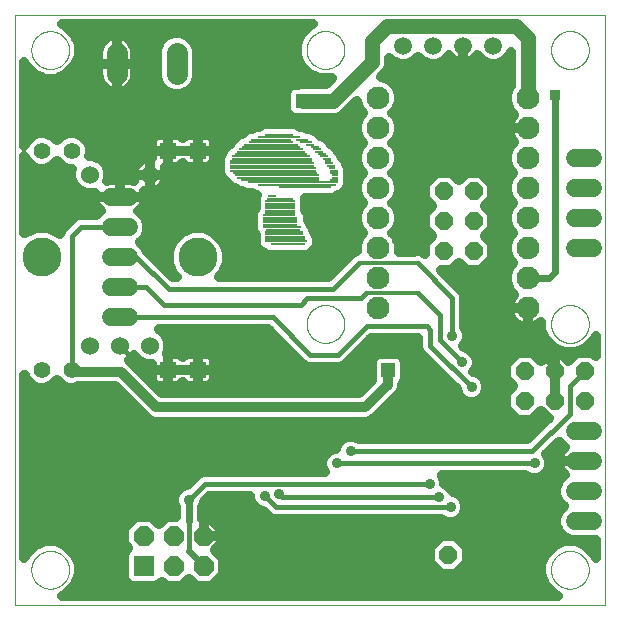
<source format=gbl>
G75*
%MOIN*%
%OFA0B0*%
%FSLAX25Y25*%
%IPPOS*%
%LPD*%
%AMOC8*
5,1,8,0,0,1.08239X$1,22.5*
%
%ADD10C,0.00000*%
%ADD11C,0.06000*%
%ADD12R,0.06600X0.06600*%
%ADD13OC8,0.06600*%
%ADD14OC8,0.06000*%
%ADD15C,0.07050*%
%ADD16C,0.06000*%
%ADD17C,0.13000*%
%ADD18C,0.07600*%
%ADD19R,0.05543X0.05543*%
%ADD20C,0.05543*%
%ADD21C,0.05937*%
%ADD22R,0.11811X0.00787*%
%ADD23R,0.14173X0.00787*%
%ADD24R,0.13386X0.00787*%
%ADD25R,0.12598X0.00787*%
%ADD26R,0.11024X0.00787*%
%ADD27R,0.10236X0.00787*%
%ADD28R,0.08661X0.00787*%
%ADD29R,0.03150X0.00787*%
%ADD30R,0.17323X0.00787*%
%ADD31R,0.25984X0.00787*%
%ADD32R,0.29921X0.00787*%
%ADD33R,0.02362X0.00787*%
%ADD34R,0.27559X0.00787*%
%ADD35R,0.28346X0.00787*%
%ADD36R,0.29134X0.00787*%
%ADD37R,0.26772X0.00787*%
%ADD38R,0.24409X0.00787*%
%ADD39R,0.22835X0.00787*%
%ADD40R,0.21260X0.00787*%
%ADD41R,0.19685X0.00787*%
%ADD42R,0.18110X0.00787*%
%ADD43R,0.03937X0.00787*%
%ADD44R,0.14961X0.00787*%
%ADD45R,0.09449X0.00787*%
%ADD46R,0.03562X0.03562*%
%ADD47C,0.02400*%
%ADD48C,0.01600*%
%ADD49C,0.03200*%
%ADD50R,0.04724X0.04724*%
%ADD51C,0.03562*%
%ADD52C,0.05315*%
%ADD53C,0.05000*%
%ADD54C,0.01200*%
D10*
X0002600Y0002600D02*
X0002600Y0199450D01*
X0199450Y0199450D01*
X0199450Y0002600D01*
X0002600Y0002600D01*
X0008112Y0014411D02*
X0008114Y0014569D01*
X0008120Y0014727D01*
X0008130Y0014885D01*
X0008144Y0015043D01*
X0008162Y0015200D01*
X0008183Y0015357D01*
X0008209Y0015513D01*
X0008239Y0015669D01*
X0008272Y0015824D01*
X0008310Y0015977D01*
X0008351Y0016130D01*
X0008396Y0016282D01*
X0008445Y0016433D01*
X0008498Y0016582D01*
X0008554Y0016730D01*
X0008614Y0016876D01*
X0008678Y0017021D01*
X0008746Y0017164D01*
X0008817Y0017306D01*
X0008891Y0017446D01*
X0008969Y0017583D01*
X0009051Y0017719D01*
X0009135Y0017853D01*
X0009224Y0017984D01*
X0009315Y0018113D01*
X0009410Y0018240D01*
X0009507Y0018365D01*
X0009608Y0018487D01*
X0009712Y0018606D01*
X0009819Y0018723D01*
X0009929Y0018837D01*
X0010042Y0018948D01*
X0010157Y0019057D01*
X0010275Y0019162D01*
X0010396Y0019264D01*
X0010519Y0019364D01*
X0010645Y0019460D01*
X0010773Y0019553D01*
X0010903Y0019643D01*
X0011036Y0019729D01*
X0011171Y0019813D01*
X0011307Y0019892D01*
X0011446Y0019969D01*
X0011587Y0020041D01*
X0011729Y0020111D01*
X0011873Y0020176D01*
X0012019Y0020238D01*
X0012166Y0020296D01*
X0012315Y0020351D01*
X0012465Y0020402D01*
X0012616Y0020449D01*
X0012768Y0020492D01*
X0012921Y0020531D01*
X0013076Y0020567D01*
X0013231Y0020598D01*
X0013387Y0020626D01*
X0013543Y0020650D01*
X0013700Y0020670D01*
X0013858Y0020686D01*
X0014015Y0020698D01*
X0014174Y0020706D01*
X0014332Y0020710D01*
X0014490Y0020710D01*
X0014648Y0020706D01*
X0014807Y0020698D01*
X0014964Y0020686D01*
X0015122Y0020670D01*
X0015279Y0020650D01*
X0015435Y0020626D01*
X0015591Y0020598D01*
X0015746Y0020567D01*
X0015901Y0020531D01*
X0016054Y0020492D01*
X0016206Y0020449D01*
X0016357Y0020402D01*
X0016507Y0020351D01*
X0016656Y0020296D01*
X0016803Y0020238D01*
X0016949Y0020176D01*
X0017093Y0020111D01*
X0017235Y0020041D01*
X0017376Y0019969D01*
X0017515Y0019892D01*
X0017651Y0019813D01*
X0017786Y0019729D01*
X0017919Y0019643D01*
X0018049Y0019553D01*
X0018177Y0019460D01*
X0018303Y0019364D01*
X0018426Y0019264D01*
X0018547Y0019162D01*
X0018665Y0019057D01*
X0018780Y0018948D01*
X0018893Y0018837D01*
X0019003Y0018723D01*
X0019110Y0018606D01*
X0019214Y0018487D01*
X0019315Y0018365D01*
X0019412Y0018240D01*
X0019507Y0018113D01*
X0019598Y0017984D01*
X0019687Y0017853D01*
X0019771Y0017719D01*
X0019853Y0017583D01*
X0019931Y0017446D01*
X0020005Y0017306D01*
X0020076Y0017164D01*
X0020144Y0017021D01*
X0020208Y0016876D01*
X0020268Y0016730D01*
X0020324Y0016582D01*
X0020377Y0016433D01*
X0020426Y0016282D01*
X0020471Y0016130D01*
X0020512Y0015977D01*
X0020550Y0015824D01*
X0020583Y0015669D01*
X0020613Y0015513D01*
X0020639Y0015357D01*
X0020660Y0015200D01*
X0020678Y0015043D01*
X0020692Y0014885D01*
X0020702Y0014727D01*
X0020708Y0014569D01*
X0020710Y0014411D01*
X0020708Y0014253D01*
X0020702Y0014095D01*
X0020692Y0013937D01*
X0020678Y0013779D01*
X0020660Y0013622D01*
X0020639Y0013465D01*
X0020613Y0013309D01*
X0020583Y0013153D01*
X0020550Y0012998D01*
X0020512Y0012845D01*
X0020471Y0012692D01*
X0020426Y0012540D01*
X0020377Y0012389D01*
X0020324Y0012240D01*
X0020268Y0012092D01*
X0020208Y0011946D01*
X0020144Y0011801D01*
X0020076Y0011658D01*
X0020005Y0011516D01*
X0019931Y0011376D01*
X0019853Y0011239D01*
X0019771Y0011103D01*
X0019687Y0010969D01*
X0019598Y0010838D01*
X0019507Y0010709D01*
X0019412Y0010582D01*
X0019315Y0010457D01*
X0019214Y0010335D01*
X0019110Y0010216D01*
X0019003Y0010099D01*
X0018893Y0009985D01*
X0018780Y0009874D01*
X0018665Y0009765D01*
X0018547Y0009660D01*
X0018426Y0009558D01*
X0018303Y0009458D01*
X0018177Y0009362D01*
X0018049Y0009269D01*
X0017919Y0009179D01*
X0017786Y0009093D01*
X0017651Y0009009D01*
X0017515Y0008930D01*
X0017376Y0008853D01*
X0017235Y0008781D01*
X0017093Y0008711D01*
X0016949Y0008646D01*
X0016803Y0008584D01*
X0016656Y0008526D01*
X0016507Y0008471D01*
X0016357Y0008420D01*
X0016206Y0008373D01*
X0016054Y0008330D01*
X0015901Y0008291D01*
X0015746Y0008255D01*
X0015591Y0008224D01*
X0015435Y0008196D01*
X0015279Y0008172D01*
X0015122Y0008152D01*
X0014964Y0008136D01*
X0014807Y0008124D01*
X0014648Y0008116D01*
X0014490Y0008112D01*
X0014332Y0008112D01*
X0014174Y0008116D01*
X0014015Y0008124D01*
X0013858Y0008136D01*
X0013700Y0008152D01*
X0013543Y0008172D01*
X0013387Y0008196D01*
X0013231Y0008224D01*
X0013076Y0008255D01*
X0012921Y0008291D01*
X0012768Y0008330D01*
X0012616Y0008373D01*
X0012465Y0008420D01*
X0012315Y0008471D01*
X0012166Y0008526D01*
X0012019Y0008584D01*
X0011873Y0008646D01*
X0011729Y0008711D01*
X0011587Y0008781D01*
X0011446Y0008853D01*
X0011307Y0008930D01*
X0011171Y0009009D01*
X0011036Y0009093D01*
X0010903Y0009179D01*
X0010773Y0009269D01*
X0010645Y0009362D01*
X0010519Y0009458D01*
X0010396Y0009558D01*
X0010275Y0009660D01*
X0010157Y0009765D01*
X0010042Y0009874D01*
X0009929Y0009985D01*
X0009819Y0010099D01*
X0009712Y0010216D01*
X0009608Y0010335D01*
X0009507Y0010457D01*
X0009410Y0010582D01*
X0009315Y0010709D01*
X0009224Y0010838D01*
X0009135Y0010969D01*
X0009051Y0011103D01*
X0008969Y0011239D01*
X0008891Y0011376D01*
X0008817Y0011516D01*
X0008746Y0011658D01*
X0008678Y0011801D01*
X0008614Y0011946D01*
X0008554Y0012092D01*
X0008498Y0012240D01*
X0008445Y0012389D01*
X0008396Y0012540D01*
X0008351Y0012692D01*
X0008310Y0012845D01*
X0008272Y0012998D01*
X0008239Y0013153D01*
X0008209Y0013309D01*
X0008183Y0013465D01*
X0008162Y0013622D01*
X0008144Y0013779D01*
X0008130Y0013937D01*
X0008120Y0014095D01*
X0008114Y0014253D01*
X0008112Y0014411D01*
X0099868Y0096356D02*
X0099870Y0096514D01*
X0099876Y0096672D01*
X0099886Y0096830D01*
X0099900Y0096988D01*
X0099918Y0097145D01*
X0099939Y0097302D01*
X0099965Y0097458D01*
X0099995Y0097614D01*
X0100028Y0097769D01*
X0100066Y0097922D01*
X0100107Y0098075D01*
X0100152Y0098227D01*
X0100201Y0098378D01*
X0100254Y0098527D01*
X0100310Y0098675D01*
X0100370Y0098821D01*
X0100434Y0098966D01*
X0100502Y0099109D01*
X0100573Y0099251D01*
X0100647Y0099391D01*
X0100725Y0099528D01*
X0100807Y0099664D01*
X0100891Y0099798D01*
X0100980Y0099929D01*
X0101071Y0100058D01*
X0101166Y0100185D01*
X0101263Y0100310D01*
X0101364Y0100432D01*
X0101468Y0100551D01*
X0101575Y0100668D01*
X0101685Y0100782D01*
X0101798Y0100893D01*
X0101913Y0101002D01*
X0102031Y0101107D01*
X0102152Y0101209D01*
X0102275Y0101309D01*
X0102401Y0101405D01*
X0102529Y0101498D01*
X0102659Y0101588D01*
X0102792Y0101674D01*
X0102927Y0101758D01*
X0103063Y0101837D01*
X0103202Y0101914D01*
X0103343Y0101986D01*
X0103485Y0102056D01*
X0103629Y0102121D01*
X0103775Y0102183D01*
X0103922Y0102241D01*
X0104071Y0102296D01*
X0104221Y0102347D01*
X0104372Y0102394D01*
X0104524Y0102437D01*
X0104677Y0102476D01*
X0104832Y0102512D01*
X0104987Y0102543D01*
X0105143Y0102571D01*
X0105299Y0102595D01*
X0105456Y0102615D01*
X0105614Y0102631D01*
X0105771Y0102643D01*
X0105930Y0102651D01*
X0106088Y0102655D01*
X0106246Y0102655D01*
X0106404Y0102651D01*
X0106563Y0102643D01*
X0106720Y0102631D01*
X0106878Y0102615D01*
X0107035Y0102595D01*
X0107191Y0102571D01*
X0107347Y0102543D01*
X0107502Y0102512D01*
X0107657Y0102476D01*
X0107810Y0102437D01*
X0107962Y0102394D01*
X0108113Y0102347D01*
X0108263Y0102296D01*
X0108412Y0102241D01*
X0108559Y0102183D01*
X0108705Y0102121D01*
X0108849Y0102056D01*
X0108991Y0101986D01*
X0109132Y0101914D01*
X0109271Y0101837D01*
X0109407Y0101758D01*
X0109542Y0101674D01*
X0109675Y0101588D01*
X0109805Y0101498D01*
X0109933Y0101405D01*
X0110059Y0101309D01*
X0110182Y0101209D01*
X0110303Y0101107D01*
X0110421Y0101002D01*
X0110536Y0100893D01*
X0110649Y0100782D01*
X0110759Y0100668D01*
X0110866Y0100551D01*
X0110970Y0100432D01*
X0111071Y0100310D01*
X0111168Y0100185D01*
X0111263Y0100058D01*
X0111354Y0099929D01*
X0111443Y0099798D01*
X0111527Y0099664D01*
X0111609Y0099528D01*
X0111687Y0099391D01*
X0111761Y0099251D01*
X0111832Y0099109D01*
X0111900Y0098966D01*
X0111964Y0098821D01*
X0112024Y0098675D01*
X0112080Y0098527D01*
X0112133Y0098378D01*
X0112182Y0098227D01*
X0112227Y0098075D01*
X0112268Y0097922D01*
X0112306Y0097769D01*
X0112339Y0097614D01*
X0112369Y0097458D01*
X0112395Y0097302D01*
X0112416Y0097145D01*
X0112434Y0096988D01*
X0112448Y0096830D01*
X0112458Y0096672D01*
X0112464Y0096514D01*
X0112466Y0096356D01*
X0112464Y0096198D01*
X0112458Y0096040D01*
X0112448Y0095882D01*
X0112434Y0095724D01*
X0112416Y0095567D01*
X0112395Y0095410D01*
X0112369Y0095254D01*
X0112339Y0095098D01*
X0112306Y0094943D01*
X0112268Y0094790D01*
X0112227Y0094637D01*
X0112182Y0094485D01*
X0112133Y0094334D01*
X0112080Y0094185D01*
X0112024Y0094037D01*
X0111964Y0093891D01*
X0111900Y0093746D01*
X0111832Y0093603D01*
X0111761Y0093461D01*
X0111687Y0093321D01*
X0111609Y0093184D01*
X0111527Y0093048D01*
X0111443Y0092914D01*
X0111354Y0092783D01*
X0111263Y0092654D01*
X0111168Y0092527D01*
X0111071Y0092402D01*
X0110970Y0092280D01*
X0110866Y0092161D01*
X0110759Y0092044D01*
X0110649Y0091930D01*
X0110536Y0091819D01*
X0110421Y0091710D01*
X0110303Y0091605D01*
X0110182Y0091503D01*
X0110059Y0091403D01*
X0109933Y0091307D01*
X0109805Y0091214D01*
X0109675Y0091124D01*
X0109542Y0091038D01*
X0109407Y0090954D01*
X0109271Y0090875D01*
X0109132Y0090798D01*
X0108991Y0090726D01*
X0108849Y0090656D01*
X0108705Y0090591D01*
X0108559Y0090529D01*
X0108412Y0090471D01*
X0108263Y0090416D01*
X0108113Y0090365D01*
X0107962Y0090318D01*
X0107810Y0090275D01*
X0107657Y0090236D01*
X0107502Y0090200D01*
X0107347Y0090169D01*
X0107191Y0090141D01*
X0107035Y0090117D01*
X0106878Y0090097D01*
X0106720Y0090081D01*
X0106563Y0090069D01*
X0106404Y0090061D01*
X0106246Y0090057D01*
X0106088Y0090057D01*
X0105930Y0090061D01*
X0105771Y0090069D01*
X0105614Y0090081D01*
X0105456Y0090097D01*
X0105299Y0090117D01*
X0105143Y0090141D01*
X0104987Y0090169D01*
X0104832Y0090200D01*
X0104677Y0090236D01*
X0104524Y0090275D01*
X0104372Y0090318D01*
X0104221Y0090365D01*
X0104071Y0090416D01*
X0103922Y0090471D01*
X0103775Y0090529D01*
X0103629Y0090591D01*
X0103485Y0090656D01*
X0103343Y0090726D01*
X0103202Y0090798D01*
X0103063Y0090875D01*
X0102927Y0090954D01*
X0102792Y0091038D01*
X0102659Y0091124D01*
X0102529Y0091214D01*
X0102401Y0091307D01*
X0102275Y0091403D01*
X0102152Y0091503D01*
X0102031Y0091605D01*
X0101913Y0091710D01*
X0101798Y0091819D01*
X0101685Y0091930D01*
X0101575Y0092044D01*
X0101468Y0092161D01*
X0101364Y0092280D01*
X0101263Y0092402D01*
X0101166Y0092527D01*
X0101071Y0092654D01*
X0100980Y0092783D01*
X0100891Y0092914D01*
X0100807Y0093048D01*
X0100725Y0093184D01*
X0100647Y0093321D01*
X0100573Y0093461D01*
X0100502Y0093603D01*
X0100434Y0093746D01*
X0100370Y0093891D01*
X0100310Y0094037D01*
X0100254Y0094185D01*
X0100201Y0094334D01*
X0100152Y0094485D01*
X0100107Y0094637D01*
X0100066Y0094790D01*
X0100028Y0094943D01*
X0099995Y0095098D01*
X0099965Y0095254D01*
X0099939Y0095410D01*
X0099918Y0095567D01*
X0099900Y0095724D01*
X0099886Y0095882D01*
X0099876Y0096040D01*
X0099870Y0096198D01*
X0099868Y0096356D01*
X0181364Y0096356D02*
X0181366Y0096514D01*
X0181372Y0096672D01*
X0181382Y0096830D01*
X0181396Y0096988D01*
X0181414Y0097145D01*
X0181435Y0097302D01*
X0181461Y0097458D01*
X0181491Y0097614D01*
X0181524Y0097769D01*
X0181562Y0097922D01*
X0181603Y0098075D01*
X0181648Y0098227D01*
X0181697Y0098378D01*
X0181750Y0098527D01*
X0181806Y0098675D01*
X0181866Y0098821D01*
X0181930Y0098966D01*
X0181998Y0099109D01*
X0182069Y0099251D01*
X0182143Y0099391D01*
X0182221Y0099528D01*
X0182303Y0099664D01*
X0182387Y0099798D01*
X0182476Y0099929D01*
X0182567Y0100058D01*
X0182662Y0100185D01*
X0182759Y0100310D01*
X0182860Y0100432D01*
X0182964Y0100551D01*
X0183071Y0100668D01*
X0183181Y0100782D01*
X0183294Y0100893D01*
X0183409Y0101002D01*
X0183527Y0101107D01*
X0183648Y0101209D01*
X0183771Y0101309D01*
X0183897Y0101405D01*
X0184025Y0101498D01*
X0184155Y0101588D01*
X0184288Y0101674D01*
X0184423Y0101758D01*
X0184559Y0101837D01*
X0184698Y0101914D01*
X0184839Y0101986D01*
X0184981Y0102056D01*
X0185125Y0102121D01*
X0185271Y0102183D01*
X0185418Y0102241D01*
X0185567Y0102296D01*
X0185717Y0102347D01*
X0185868Y0102394D01*
X0186020Y0102437D01*
X0186173Y0102476D01*
X0186328Y0102512D01*
X0186483Y0102543D01*
X0186639Y0102571D01*
X0186795Y0102595D01*
X0186952Y0102615D01*
X0187110Y0102631D01*
X0187267Y0102643D01*
X0187426Y0102651D01*
X0187584Y0102655D01*
X0187742Y0102655D01*
X0187900Y0102651D01*
X0188059Y0102643D01*
X0188216Y0102631D01*
X0188374Y0102615D01*
X0188531Y0102595D01*
X0188687Y0102571D01*
X0188843Y0102543D01*
X0188998Y0102512D01*
X0189153Y0102476D01*
X0189306Y0102437D01*
X0189458Y0102394D01*
X0189609Y0102347D01*
X0189759Y0102296D01*
X0189908Y0102241D01*
X0190055Y0102183D01*
X0190201Y0102121D01*
X0190345Y0102056D01*
X0190487Y0101986D01*
X0190628Y0101914D01*
X0190767Y0101837D01*
X0190903Y0101758D01*
X0191038Y0101674D01*
X0191171Y0101588D01*
X0191301Y0101498D01*
X0191429Y0101405D01*
X0191555Y0101309D01*
X0191678Y0101209D01*
X0191799Y0101107D01*
X0191917Y0101002D01*
X0192032Y0100893D01*
X0192145Y0100782D01*
X0192255Y0100668D01*
X0192362Y0100551D01*
X0192466Y0100432D01*
X0192567Y0100310D01*
X0192664Y0100185D01*
X0192759Y0100058D01*
X0192850Y0099929D01*
X0192939Y0099798D01*
X0193023Y0099664D01*
X0193105Y0099528D01*
X0193183Y0099391D01*
X0193257Y0099251D01*
X0193328Y0099109D01*
X0193396Y0098966D01*
X0193460Y0098821D01*
X0193520Y0098675D01*
X0193576Y0098527D01*
X0193629Y0098378D01*
X0193678Y0098227D01*
X0193723Y0098075D01*
X0193764Y0097922D01*
X0193802Y0097769D01*
X0193835Y0097614D01*
X0193865Y0097458D01*
X0193891Y0097302D01*
X0193912Y0097145D01*
X0193930Y0096988D01*
X0193944Y0096830D01*
X0193954Y0096672D01*
X0193960Y0096514D01*
X0193962Y0096356D01*
X0193960Y0096198D01*
X0193954Y0096040D01*
X0193944Y0095882D01*
X0193930Y0095724D01*
X0193912Y0095567D01*
X0193891Y0095410D01*
X0193865Y0095254D01*
X0193835Y0095098D01*
X0193802Y0094943D01*
X0193764Y0094790D01*
X0193723Y0094637D01*
X0193678Y0094485D01*
X0193629Y0094334D01*
X0193576Y0094185D01*
X0193520Y0094037D01*
X0193460Y0093891D01*
X0193396Y0093746D01*
X0193328Y0093603D01*
X0193257Y0093461D01*
X0193183Y0093321D01*
X0193105Y0093184D01*
X0193023Y0093048D01*
X0192939Y0092914D01*
X0192850Y0092783D01*
X0192759Y0092654D01*
X0192664Y0092527D01*
X0192567Y0092402D01*
X0192466Y0092280D01*
X0192362Y0092161D01*
X0192255Y0092044D01*
X0192145Y0091930D01*
X0192032Y0091819D01*
X0191917Y0091710D01*
X0191799Y0091605D01*
X0191678Y0091503D01*
X0191555Y0091403D01*
X0191429Y0091307D01*
X0191301Y0091214D01*
X0191171Y0091124D01*
X0191038Y0091038D01*
X0190903Y0090954D01*
X0190767Y0090875D01*
X0190628Y0090798D01*
X0190487Y0090726D01*
X0190345Y0090656D01*
X0190201Y0090591D01*
X0190055Y0090529D01*
X0189908Y0090471D01*
X0189759Y0090416D01*
X0189609Y0090365D01*
X0189458Y0090318D01*
X0189306Y0090275D01*
X0189153Y0090236D01*
X0188998Y0090200D01*
X0188843Y0090169D01*
X0188687Y0090141D01*
X0188531Y0090117D01*
X0188374Y0090097D01*
X0188216Y0090081D01*
X0188059Y0090069D01*
X0187900Y0090061D01*
X0187742Y0090057D01*
X0187584Y0090057D01*
X0187426Y0090061D01*
X0187267Y0090069D01*
X0187110Y0090081D01*
X0186952Y0090097D01*
X0186795Y0090117D01*
X0186639Y0090141D01*
X0186483Y0090169D01*
X0186328Y0090200D01*
X0186173Y0090236D01*
X0186020Y0090275D01*
X0185868Y0090318D01*
X0185717Y0090365D01*
X0185567Y0090416D01*
X0185418Y0090471D01*
X0185271Y0090529D01*
X0185125Y0090591D01*
X0184981Y0090656D01*
X0184839Y0090726D01*
X0184698Y0090798D01*
X0184559Y0090875D01*
X0184423Y0090954D01*
X0184288Y0091038D01*
X0184155Y0091124D01*
X0184025Y0091214D01*
X0183897Y0091307D01*
X0183771Y0091403D01*
X0183648Y0091503D01*
X0183527Y0091605D01*
X0183409Y0091710D01*
X0183294Y0091819D01*
X0183181Y0091930D01*
X0183071Y0092044D01*
X0182964Y0092161D01*
X0182860Y0092280D01*
X0182759Y0092402D01*
X0182662Y0092527D01*
X0182567Y0092654D01*
X0182476Y0092783D01*
X0182387Y0092914D01*
X0182303Y0093048D01*
X0182221Y0093184D01*
X0182143Y0093321D01*
X0182069Y0093461D01*
X0181998Y0093603D01*
X0181930Y0093746D01*
X0181866Y0093891D01*
X0181806Y0094037D01*
X0181750Y0094185D01*
X0181697Y0094334D01*
X0181648Y0094485D01*
X0181603Y0094637D01*
X0181562Y0094790D01*
X0181524Y0094943D01*
X0181491Y0095098D01*
X0181461Y0095254D01*
X0181435Y0095410D01*
X0181414Y0095567D01*
X0181396Y0095724D01*
X0181382Y0095882D01*
X0181372Y0096040D01*
X0181366Y0096198D01*
X0181364Y0096356D01*
X0181340Y0014411D02*
X0181342Y0014569D01*
X0181348Y0014727D01*
X0181358Y0014885D01*
X0181372Y0015043D01*
X0181390Y0015200D01*
X0181411Y0015357D01*
X0181437Y0015513D01*
X0181467Y0015669D01*
X0181500Y0015824D01*
X0181538Y0015977D01*
X0181579Y0016130D01*
X0181624Y0016282D01*
X0181673Y0016433D01*
X0181726Y0016582D01*
X0181782Y0016730D01*
X0181842Y0016876D01*
X0181906Y0017021D01*
X0181974Y0017164D01*
X0182045Y0017306D01*
X0182119Y0017446D01*
X0182197Y0017583D01*
X0182279Y0017719D01*
X0182363Y0017853D01*
X0182452Y0017984D01*
X0182543Y0018113D01*
X0182638Y0018240D01*
X0182735Y0018365D01*
X0182836Y0018487D01*
X0182940Y0018606D01*
X0183047Y0018723D01*
X0183157Y0018837D01*
X0183270Y0018948D01*
X0183385Y0019057D01*
X0183503Y0019162D01*
X0183624Y0019264D01*
X0183747Y0019364D01*
X0183873Y0019460D01*
X0184001Y0019553D01*
X0184131Y0019643D01*
X0184264Y0019729D01*
X0184399Y0019813D01*
X0184535Y0019892D01*
X0184674Y0019969D01*
X0184815Y0020041D01*
X0184957Y0020111D01*
X0185101Y0020176D01*
X0185247Y0020238D01*
X0185394Y0020296D01*
X0185543Y0020351D01*
X0185693Y0020402D01*
X0185844Y0020449D01*
X0185996Y0020492D01*
X0186149Y0020531D01*
X0186304Y0020567D01*
X0186459Y0020598D01*
X0186615Y0020626D01*
X0186771Y0020650D01*
X0186928Y0020670D01*
X0187086Y0020686D01*
X0187243Y0020698D01*
X0187402Y0020706D01*
X0187560Y0020710D01*
X0187718Y0020710D01*
X0187876Y0020706D01*
X0188035Y0020698D01*
X0188192Y0020686D01*
X0188350Y0020670D01*
X0188507Y0020650D01*
X0188663Y0020626D01*
X0188819Y0020598D01*
X0188974Y0020567D01*
X0189129Y0020531D01*
X0189282Y0020492D01*
X0189434Y0020449D01*
X0189585Y0020402D01*
X0189735Y0020351D01*
X0189884Y0020296D01*
X0190031Y0020238D01*
X0190177Y0020176D01*
X0190321Y0020111D01*
X0190463Y0020041D01*
X0190604Y0019969D01*
X0190743Y0019892D01*
X0190879Y0019813D01*
X0191014Y0019729D01*
X0191147Y0019643D01*
X0191277Y0019553D01*
X0191405Y0019460D01*
X0191531Y0019364D01*
X0191654Y0019264D01*
X0191775Y0019162D01*
X0191893Y0019057D01*
X0192008Y0018948D01*
X0192121Y0018837D01*
X0192231Y0018723D01*
X0192338Y0018606D01*
X0192442Y0018487D01*
X0192543Y0018365D01*
X0192640Y0018240D01*
X0192735Y0018113D01*
X0192826Y0017984D01*
X0192915Y0017853D01*
X0192999Y0017719D01*
X0193081Y0017583D01*
X0193159Y0017446D01*
X0193233Y0017306D01*
X0193304Y0017164D01*
X0193372Y0017021D01*
X0193436Y0016876D01*
X0193496Y0016730D01*
X0193552Y0016582D01*
X0193605Y0016433D01*
X0193654Y0016282D01*
X0193699Y0016130D01*
X0193740Y0015977D01*
X0193778Y0015824D01*
X0193811Y0015669D01*
X0193841Y0015513D01*
X0193867Y0015357D01*
X0193888Y0015200D01*
X0193906Y0015043D01*
X0193920Y0014885D01*
X0193930Y0014727D01*
X0193936Y0014569D01*
X0193938Y0014411D01*
X0193936Y0014253D01*
X0193930Y0014095D01*
X0193920Y0013937D01*
X0193906Y0013779D01*
X0193888Y0013622D01*
X0193867Y0013465D01*
X0193841Y0013309D01*
X0193811Y0013153D01*
X0193778Y0012998D01*
X0193740Y0012845D01*
X0193699Y0012692D01*
X0193654Y0012540D01*
X0193605Y0012389D01*
X0193552Y0012240D01*
X0193496Y0012092D01*
X0193436Y0011946D01*
X0193372Y0011801D01*
X0193304Y0011658D01*
X0193233Y0011516D01*
X0193159Y0011376D01*
X0193081Y0011239D01*
X0192999Y0011103D01*
X0192915Y0010969D01*
X0192826Y0010838D01*
X0192735Y0010709D01*
X0192640Y0010582D01*
X0192543Y0010457D01*
X0192442Y0010335D01*
X0192338Y0010216D01*
X0192231Y0010099D01*
X0192121Y0009985D01*
X0192008Y0009874D01*
X0191893Y0009765D01*
X0191775Y0009660D01*
X0191654Y0009558D01*
X0191531Y0009458D01*
X0191405Y0009362D01*
X0191277Y0009269D01*
X0191147Y0009179D01*
X0191014Y0009093D01*
X0190879Y0009009D01*
X0190743Y0008930D01*
X0190604Y0008853D01*
X0190463Y0008781D01*
X0190321Y0008711D01*
X0190177Y0008646D01*
X0190031Y0008584D01*
X0189884Y0008526D01*
X0189735Y0008471D01*
X0189585Y0008420D01*
X0189434Y0008373D01*
X0189282Y0008330D01*
X0189129Y0008291D01*
X0188974Y0008255D01*
X0188819Y0008224D01*
X0188663Y0008196D01*
X0188507Y0008172D01*
X0188350Y0008152D01*
X0188192Y0008136D01*
X0188035Y0008124D01*
X0187876Y0008116D01*
X0187718Y0008112D01*
X0187560Y0008112D01*
X0187402Y0008116D01*
X0187243Y0008124D01*
X0187086Y0008136D01*
X0186928Y0008152D01*
X0186771Y0008172D01*
X0186615Y0008196D01*
X0186459Y0008224D01*
X0186304Y0008255D01*
X0186149Y0008291D01*
X0185996Y0008330D01*
X0185844Y0008373D01*
X0185693Y0008420D01*
X0185543Y0008471D01*
X0185394Y0008526D01*
X0185247Y0008584D01*
X0185101Y0008646D01*
X0184957Y0008711D01*
X0184815Y0008781D01*
X0184674Y0008853D01*
X0184535Y0008930D01*
X0184399Y0009009D01*
X0184264Y0009093D01*
X0184131Y0009179D01*
X0184001Y0009269D01*
X0183873Y0009362D01*
X0183747Y0009458D01*
X0183624Y0009558D01*
X0183503Y0009660D01*
X0183385Y0009765D01*
X0183270Y0009874D01*
X0183157Y0009985D01*
X0183047Y0010099D01*
X0182940Y0010216D01*
X0182836Y0010335D01*
X0182735Y0010457D01*
X0182638Y0010582D01*
X0182543Y0010709D01*
X0182452Y0010838D01*
X0182363Y0010969D01*
X0182279Y0011103D01*
X0182197Y0011239D01*
X0182119Y0011376D01*
X0182045Y0011516D01*
X0181974Y0011658D01*
X0181906Y0011801D01*
X0181842Y0011946D01*
X0181782Y0012092D01*
X0181726Y0012240D01*
X0181673Y0012389D01*
X0181624Y0012540D01*
X0181579Y0012692D01*
X0181538Y0012845D01*
X0181500Y0012998D01*
X0181467Y0013153D01*
X0181437Y0013309D01*
X0181411Y0013465D01*
X0181390Y0013622D01*
X0181372Y0013779D01*
X0181358Y0013937D01*
X0181348Y0014095D01*
X0181342Y0014253D01*
X0181340Y0014411D01*
X0181364Y0187694D02*
X0181366Y0187852D01*
X0181372Y0188010D01*
X0181382Y0188168D01*
X0181396Y0188326D01*
X0181414Y0188483D01*
X0181435Y0188640D01*
X0181461Y0188796D01*
X0181491Y0188952D01*
X0181524Y0189107D01*
X0181562Y0189260D01*
X0181603Y0189413D01*
X0181648Y0189565D01*
X0181697Y0189716D01*
X0181750Y0189865D01*
X0181806Y0190013D01*
X0181866Y0190159D01*
X0181930Y0190304D01*
X0181998Y0190447D01*
X0182069Y0190589D01*
X0182143Y0190729D01*
X0182221Y0190866D01*
X0182303Y0191002D01*
X0182387Y0191136D01*
X0182476Y0191267D01*
X0182567Y0191396D01*
X0182662Y0191523D01*
X0182759Y0191648D01*
X0182860Y0191770D01*
X0182964Y0191889D01*
X0183071Y0192006D01*
X0183181Y0192120D01*
X0183294Y0192231D01*
X0183409Y0192340D01*
X0183527Y0192445D01*
X0183648Y0192547D01*
X0183771Y0192647D01*
X0183897Y0192743D01*
X0184025Y0192836D01*
X0184155Y0192926D01*
X0184288Y0193012D01*
X0184423Y0193096D01*
X0184559Y0193175D01*
X0184698Y0193252D01*
X0184839Y0193324D01*
X0184981Y0193394D01*
X0185125Y0193459D01*
X0185271Y0193521D01*
X0185418Y0193579D01*
X0185567Y0193634D01*
X0185717Y0193685D01*
X0185868Y0193732D01*
X0186020Y0193775D01*
X0186173Y0193814D01*
X0186328Y0193850D01*
X0186483Y0193881D01*
X0186639Y0193909D01*
X0186795Y0193933D01*
X0186952Y0193953D01*
X0187110Y0193969D01*
X0187267Y0193981D01*
X0187426Y0193989D01*
X0187584Y0193993D01*
X0187742Y0193993D01*
X0187900Y0193989D01*
X0188059Y0193981D01*
X0188216Y0193969D01*
X0188374Y0193953D01*
X0188531Y0193933D01*
X0188687Y0193909D01*
X0188843Y0193881D01*
X0188998Y0193850D01*
X0189153Y0193814D01*
X0189306Y0193775D01*
X0189458Y0193732D01*
X0189609Y0193685D01*
X0189759Y0193634D01*
X0189908Y0193579D01*
X0190055Y0193521D01*
X0190201Y0193459D01*
X0190345Y0193394D01*
X0190487Y0193324D01*
X0190628Y0193252D01*
X0190767Y0193175D01*
X0190903Y0193096D01*
X0191038Y0193012D01*
X0191171Y0192926D01*
X0191301Y0192836D01*
X0191429Y0192743D01*
X0191555Y0192647D01*
X0191678Y0192547D01*
X0191799Y0192445D01*
X0191917Y0192340D01*
X0192032Y0192231D01*
X0192145Y0192120D01*
X0192255Y0192006D01*
X0192362Y0191889D01*
X0192466Y0191770D01*
X0192567Y0191648D01*
X0192664Y0191523D01*
X0192759Y0191396D01*
X0192850Y0191267D01*
X0192939Y0191136D01*
X0193023Y0191002D01*
X0193105Y0190866D01*
X0193183Y0190729D01*
X0193257Y0190589D01*
X0193328Y0190447D01*
X0193396Y0190304D01*
X0193460Y0190159D01*
X0193520Y0190013D01*
X0193576Y0189865D01*
X0193629Y0189716D01*
X0193678Y0189565D01*
X0193723Y0189413D01*
X0193764Y0189260D01*
X0193802Y0189107D01*
X0193835Y0188952D01*
X0193865Y0188796D01*
X0193891Y0188640D01*
X0193912Y0188483D01*
X0193930Y0188326D01*
X0193944Y0188168D01*
X0193954Y0188010D01*
X0193960Y0187852D01*
X0193962Y0187694D01*
X0193960Y0187536D01*
X0193954Y0187378D01*
X0193944Y0187220D01*
X0193930Y0187062D01*
X0193912Y0186905D01*
X0193891Y0186748D01*
X0193865Y0186592D01*
X0193835Y0186436D01*
X0193802Y0186281D01*
X0193764Y0186128D01*
X0193723Y0185975D01*
X0193678Y0185823D01*
X0193629Y0185672D01*
X0193576Y0185523D01*
X0193520Y0185375D01*
X0193460Y0185229D01*
X0193396Y0185084D01*
X0193328Y0184941D01*
X0193257Y0184799D01*
X0193183Y0184659D01*
X0193105Y0184522D01*
X0193023Y0184386D01*
X0192939Y0184252D01*
X0192850Y0184121D01*
X0192759Y0183992D01*
X0192664Y0183865D01*
X0192567Y0183740D01*
X0192466Y0183618D01*
X0192362Y0183499D01*
X0192255Y0183382D01*
X0192145Y0183268D01*
X0192032Y0183157D01*
X0191917Y0183048D01*
X0191799Y0182943D01*
X0191678Y0182841D01*
X0191555Y0182741D01*
X0191429Y0182645D01*
X0191301Y0182552D01*
X0191171Y0182462D01*
X0191038Y0182376D01*
X0190903Y0182292D01*
X0190767Y0182213D01*
X0190628Y0182136D01*
X0190487Y0182064D01*
X0190345Y0181994D01*
X0190201Y0181929D01*
X0190055Y0181867D01*
X0189908Y0181809D01*
X0189759Y0181754D01*
X0189609Y0181703D01*
X0189458Y0181656D01*
X0189306Y0181613D01*
X0189153Y0181574D01*
X0188998Y0181538D01*
X0188843Y0181507D01*
X0188687Y0181479D01*
X0188531Y0181455D01*
X0188374Y0181435D01*
X0188216Y0181419D01*
X0188059Y0181407D01*
X0187900Y0181399D01*
X0187742Y0181395D01*
X0187584Y0181395D01*
X0187426Y0181399D01*
X0187267Y0181407D01*
X0187110Y0181419D01*
X0186952Y0181435D01*
X0186795Y0181455D01*
X0186639Y0181479D01*
X0186483Y0181507D01*
X0186328Y0181538D01*
X0186173Y0181574D01*
X0186020Y0181613D01*
X0185868Y0181656D01*
X0185717Y0181703D01*
X0185567Y0181754D01*
X0185418Y0181809D01*
X0185271Y0181867D01*
X0185125Y0181929D01*
X0184981Y0181994D01*
X0184839Y0182064D01*
X0184698Y0182136D01*
X0184559Y0182213D01*
X0184423Y0182292D01*
X0184288Y0182376D01*
X0184155Y0182462D01*
X0184025Y0182552D01*
X0183897Y0182645D01*
X0183771Y0182741D01*
X0183648Y0182841D01*
X0183527Y0182943D01*
X0183409Y0183048D01*
X0183294Y0183157D01*
X0183181Y0183268D01*
X0183071Y0183382D01*
X0182964Y0183499D01*
X0182860Y0183618D01*
X0182759Y0183740D01*
X0182662Y0183865D01*
X0182567Y0183992D01*
X0182476Y0184121D01*
X0182387Y0184252D01*
X0182303Y0184386D01*
X0182221Y0184522D01*
X0182143Y0184659D01*
X0182069Y0184799D01*
X0181998Y0184941D01*
X0181930Y0185084D01*
X0181866Y0185229D01*
X0181806Y0185375D01*
X0181750Y0185523D01*
X0181697Y0185672D01*
X0181648Y0185823D01*
X0181603Y0185975D01*
X0181562Y0186128D01*
X0181524Y0186281D01*
X0181491Y0186436D01*
X0181461Y0186592D01*
X0181435Y0186748D01*
X0181414Y0186905D01*
X0181396Y0187062D01*
X0181382Y0187220D01*
X0181372Y0187378D01*
X0181366Y0187536D01*
X0181364Y0187694D01*
X0099868Y0187694D02*
X0099870Y0187852D01*
X0099876Y0188010D01*
X0099886Y0188168D01*
X0099900Y0188326D01*
X0099918Y0188483D01*
X0099939Y0188640D01*
X0099965Y0188796D01*
X0099995Y0188952D01*
X0100028Y0189107D01*
X0100066Y0189260D01*
X0100107Y0189413D01*
X0100152Y0189565D01*
X0100201Y0189716D01*
X0100254Y0189865D01*
X0100310Y0190013D01*
X0100370Y0190159D01*
X0100434Y0190304D01*
X0100502Y0190447D01*
X0100573Y0190589D01*
X0100647Y0190729D01*
X0100725Y0190866D01*
X0100807Y0191002D01*
X0100891Y0191136D01*
X0100980Y0191267D01*
X0101071Y0191396D01*
X0101166Y0191523D01*
X0101263Y0191648D01*
X0101364Y0191770D01*
X0101468Y0191889D01*
X0101575Y0192006D01*
X0101685Y0192120D01*
X0101798Y0192231D01*
X0101913Y0192340D01*
X0102031Y0192445D01*
X0102152Y0192547D01*
X0102275Y0192647D01*
X0102401Y0192743D01*
X0102529Y0192836D01*
X0102659Y0192926D01*
X0102792Y0193012D01*
X0102927Y0193096D01*
X0103063Y0193175D01*
X0103202Y0193252D01*
X0103343Y0193324D01*
X0103485Y0193394D01*
X0103629Y0193459D01*
X0103775Y0193521D01*
X0103922Y0193579D01*
X0104071Y0193634D01*
X0104221Y0193685D01*
X0104372Y0193732D01*
X0104524Y0193775D01*
X0104677Y0193814D01*
X0104832Y0193850D01*
X0104987Y0193881D01*
X0105143Y0193909D01*
X0105299Y0193933D01*
X0105456Y0193953D01*
X0105614Y0193969D01*
X0105771Y0193981D01*
X0105930Y0193989D01*
X0106088Y0193993D01*
X0106246Y0193993D01*
X0106404Y0193989D01*
X0106563Y0193981D01*
X0106720Y0193969D01*
X0106878Y0193953D01*
X0107035Y0193933D01*
X0107191Y0193909D01*
X0107347Y0193881D01*
X0107502Y0193850D01*
X0107657Y0193814D01*
X0107810Y0193775D01*
X0107962Y0193732D01*
X0108113Y0193685D01*
X0108263Y0193634D01*
X0108412Y0193579D01*
X0108559Y0193521D01*
X0108705Y0193459D01*
X0108849Y0193394D01*
X0108991Y0193324D01*
X0109132Y0193252D01*
X0109271Y0193175D01*
X0109407Y0193096D01*
X0109542Y0193012D01*
X0109675Y0192926D01*
X0109805Y0192836D01*
X0109933Y0192743D01*
X0110059Y0192647D01*
X0110182Y0192547D01*
X0110303Y0192445D01*
X0110421Y0192340D01*
X0110536Y0192231D01*
X0110649Y0192120D01*
X0110759Y0192006D01*
X0110866Y0191889D01*
X0110970Y0191770D01*
X0111071Y0191648D01*
X0111168Y0191523D01*
X0111263Y0191396D01*
X0111354Y0191267D01*
X0111443Y0191136D01*
X0111527Y0191002D01*
X0111609Y0190866D01*
X0111687Y0190729D01*
X0111761Y0190589D01*
X0111832Y0190447D01*
X0111900Y0190304D01*
X0111964Y0190159D01*
X0112024Y0190013D01*
X0112080Y0189865D01*
X0112133Y0189716D01*
X0112182Y0189565D01*
X0112227Y0189413D01*
X0112268Y0189260D01*
X0112306Y0189107D01*
X0112339Y0188952D01*
X0112369Y0188796D01*
X0112395Y0188640D01*
X0112416Y0188483D01*
X0112434Y0188326D01*
X0112448Y0188168D01*
X0112458Y0188010D01*
X0112464Y0187852D01*
X0112466Y0187694D01*
X0112464Y0187536D01*
X0112458Y0187378D01*
X0112448Y0187220D01*
X0112434Y0187062D01*
X0112416Y0186905D01*
X0112395Y0186748D01*
X0112369Y0186592D01*
X0112339Y0186436D01*
X0112306Y0186281D01*
X0112268Y0186128D01*
X0112227Y0185975D01*
X0112182Y0185823D01*
X0112133Y0185672D01*
X0112080Y0185523D01*
X0112024Y0185375D01*
X0111964Y0185229D01*
X0111900Y0185084D01*
X0111832Y0184941D01*
X0111761Y0184799D01*
X0111687Y0184659D01*
X0111609Y0184522D01*
X0111527Y0184386D01*
X0111443Y0184252D01*
X0111354Y0184121D01*
X0111263Y0183992D01*
X0111168Y0183865D01*
X0111071Y0183740D01*
X0110970Y0183618D01*
X0110866Y0183499D01*
X0110759Y0183382D01*
X0110649Y0183268D01*
X0110536Y0183157D01*
X0110421Y0183048D01*
X0110303Y0182943D01*
X0110182Y0182841D01*
X0110059Y0182741D01*
X0109933Y0182645D01*
X0109805Y0182552D01*
X0109675Y0182462D01*
X0109542Y0182376D01*
X0109407Y0182292D01*
X0109271Y0182213D01*
X0109132Y0182136D01*
X0108991Y0182064D01*
X0108849Y0181994D01*
X0108705Y0181929D01*
X0108559Y0181867D01*
X0108412Y0181809D01*
X0108263Y0181754D01*
X0108113Y0181703D01*
X0107962Y0181656D01*
X0107810Y0181613D01*
X0107657Y0181574D01*
X0107502Y0181538D01*
X0107347Y0181507D01*
X0107191Y0181479D01*
X0107035Y0181455D01*
X0106878Y0181435D01*
X0106720Y0181419D01*
X0106563Y0181407D01*
X0106404Y0181399D01*
X0106246Y0181395D01*
X0106088Y0181395D01*
X0105930Y0181399D01*
X0105771Y0181407D01*
X0105614Y0181419D01*
X0105456Y0181435D01*
X0105299Y0181455D01*
X0105143Y0181479D01*
X0104987Y0181507D01*
X0104832Y0181538D01*
X0104677Y0181574D01*
X0104524Y0181613D01*
X0104372Y0181656D01*
X0104221Y0181703D01*
X0104071Y0181754D01*
X0103922Y0181809D01*
X0103775Y0181867D01*
X0103629Y0181929D01*
X0103485Y0181994D01*
X0103343Y0182064D01*
X0103202Y0182136D01*
X0103063Y0182213D01*
X0102927Y0182292D01*
X0102792Y0182376D01*
X0102659Y0182462D01*
X0102529Y0182552D01*
X0102401Y0182645D01*
X0102275Y0182741D01*
X0102152Y0182841D01*
X0102031Y0182943D01*
X0101913Y0183048D01*
X0101798Y0183157D01*
X0101685Y0183268D01*
X0101575Y0183382D01*
X0101468Y0183499D01*
X0101364Y0183618D01*
X0101263Y0183740D01*
X0101166Y0183865D01*
X0101071Y0183992D01*
X0100980Y0184121D01*
X0100891Y0184252D01*
X0100807Y0184386D01*
X0100725Y0184522D01*
X0100647Y0184659D01*
X0100573Y0184799D01*
X0100502Y0184941D01*
X0100434Y0185084D01*
X0100370Y0185229D01*
X0100310Y0185375D01*
X0100254Y0185523D01*
X0100201Y0185672D01*
X0100152Y0185823D01*
X0100107Y0185975D01*
X0100066Y0186128D01*
X0100028Y0186281D01*
X0099995Y0186436D01*
X0099965Y0186592D01*
X0099939Y0186748D01*
X0099918Y0186905D01*
X0099900Y0187062D01*
X0099886Y0187220D01*
X0099876Y0187378D01*
X0099870Y0187536D01*
X0099868Y0187694D01*
X0008112Y0187639D02*
X0008114Y0187797D01*
X0008120Y0187955D01*
X0008130Y0188113D01*
X0008144Y0188271D01*
X0008162Y0188428D01*
X0008183Y0188585D01*
X0008209Y0188741D01*
X0008239Y0188897D01*
X0008272Y0189052D01*
X0008310Y0189205D01*
X0008351Y0189358D01*
X0008396Y0189510D01*
X0008445Y0189661D01*
X0008498Y0189810D01*
X0008554Y0189958D01*
X0008614Y0190104D01*
X0008678Y0190249D01*
X0008746Y0190392D01*
X0008817Y0190534D01*
X0008891Y0190674D01*
X0008969Y0190811D01*
X0009051Y0190947D01*
X0009135Y0191081D01*
X0009224Y0191212D01*
X0009315Y0191341D01*
X0009410Y0191468D01*
X0009507Y0191593D01*
X0009608Y0191715D01*
X0009712Y0191834D01*
X0009819Y0191951D01*
X0009929Y0192065D01*
X0010042Y0192176D01*
X0010157Y0192285D01*
X0010275Y0192390D01*
X0010396Y0192492D01*
X0010519Y0192592D01*
X0010645Y0192688D01*
X0010773Y0192781D01*
X0010903Y0192871D01*
X0011036Y0192957D01*
X0011171Y0193041D01*
X0011307Y0193120D01*
X0011446Y0193197D01*
X0011587Y0193269D01*
X0011729Y0193339D01*
X0011873Y0193404D01*
X0012019Y0193466D01*
X0012166Y0193524D01*
X0012315Y0193579D01*
X0012465Y0193630D01*
X0012616Y0193677D01*
X0012768Y0193720D01*
X0012921Y0193759D01*
X0013076Y0193795D01*
X0013231Y0193826D01*
X0013387Y0193854D01*
X0013543Y0193878D01*
X0013700Y0193898D01*
X0013858Y0193914D01*
X0014015Y0193926D01*
X0014174Y0193934D01*
X0014332Y0193938D01*
X0014490Y0193938D01*
X0014648Y0193934D01*
X0014807Y0193926D01*
X0014964Y0193914D01*
X0015122Y0193898D01*
X0015279Y0193878D01*
X0015435Y0193854D01*
X0015591Y0193826D01*
X0015746Y0193795D01*
X0015901Y0193759D01*
X0016054Y0193720D01*
X0016206Y0193677D01*
X0016357Y0193630D01*
X0016507Y0193579D01*
X0016656Y0193524D01*
X0016803Y0193466D01*
X0016949Y0193404D01*
X0017093Y0193339D01*
X0017235Y0193269D01*
X0017376Y0193197D01*
X0017515Y0193120D01*
X0017651Y0193041D01*
X0017786Y0192957D01*
X0017919Y0192871D01*
X0018049Y0192781D01*
X0018177Y0192688D01*
X0018303Y0192592D01*
X0018426Y0192492D01*
X0018547Y0192390D01*
X0018665Y0192285D01*
X0018780Y0192176D01*
X0018893Y0192065D01*
X0019003Y0191951D01*
X0019110Y0191834D01*
X0019214Y0191715D01*
X0019315Y0191593D01*
X0019412Y0191468D01*
X0019507Y0191341D01*
X0019598Y0191212D01*
X0019687Y0191081D01*
X0019771Y0190947D01*
X0019853Y0190811D01*
X0019931Y0190674D01*
X0020005Y0190534D01*
X0020076Y0190392D01*
X0020144Y0190249D01*
X0020208Y0190104D01*
X0020268Y0189958D01*
X0020324Y0189810D01*
X0020377Y0189661D01*
X0020426Y0189510D01*
X0020471Y0189358D01*
X0020512Y0189205D01*
X0020550Y0189052D01*
X0020583Y0188897D01*
X0020613Y0188741D01*
X0020639Y0188585D01*
X0020660Y0188428D01*
X0020678Y0188271D01*
X0020692Y0188113D01*
X0020702Y0187955D01*
X0020708Y0187797D01*
X0020710Y0187639D01*
X0020708Y0187481D01*
X0020702Y0187323D01*
X0020692Y0187165D01*
X0020678Y0187007D01*
X0020660Y0186850D01*
X0020639Y0186693D01*
X0020613Y0186537D01*
X0020583Y0186381D01*
X0020550Y0186226D01*
X0020512Y0186073D01*
X0020471Y0185920D01*
X0020426Y0185768D01*
X0020377Y0185617D01*
X0020324Y0185468D01*
X0020268Y0185320D01*
X0020208Y0185174D01*
X0020144Y0185029D01*
X0020076Y0184886D01*
X0020005Y0184744D01*
X0019931Y0184604D01*
X0019853Y0184467D01*
X0019771Y0184331D01*
X0019687Y0184197D01*
X0019598Y0184066D01*
X0019507Y0183937D01*
X0019412Y0183810D01*
X0019315Y0183685D01*
X0019214Y0183563D01*
X0019110Y0183444D01*
X0019003Y0183327D01*
X0018893Y0183213D01*
X0018780Y0183102D01*
X0018665Y0182993D01*
X0018547Y0182888D01*
X0018426Y0182786D01*
X0018303Y0182686D01*
X0018177Y0182590D01*
X0018049Y0182497D01*
X0017919Y0182407D01*
X0017786Y0182321D01*
X0017651Y0182237D01*
X0017515Y0182158D01*
X0017376Y0182081D01*
X0017235Y0182009D01*
X0017093Y0181939D01*
X0016949Y0181874D01*
X0016803Y0181812D01*
X0016656Y0181754D01*
X0016507Y0181699D01*
X0016357Y0181648D01*
X0016206Y0181601D01*
X0016054Y0181558D01*
X0015901Y0181519D01*
X0015746Y0181483D01*
X0015591Y0181452D01*
X0015435Y0181424D01*
X0015279Y0181400D01*
X0015122Y0181380D01*
X0014964Y0181364D01*
X0014807Y0181352D01*
X0014648Y0181344D01*
X0014490Y0181340D01*
X0014332Y0181340D01*
X0014174Y0181344D01*
X0014015Y0181352D01*
X0013858Y0181364D01*
X0013700Y0181380D01*
X0013543Y0181400D01*
X0013387Y0181424D01*
X0013231Y0181452D01*
X0013076Y0181483D01*
X0012921Y0181519D01*
X0012768Y0181558D01*
X0012616Y0181601D01*
X0012465Y0181648D01*
X0012315Y0181699D01*
X0012166Y0181754D01*
X0012019Y0181812D01*
X0011873Y0181874D01*
X0011729Y0181939D01*
X0011587Y0182009D01*
X0011446Y0182081D01*
X0011307Y0182158D01*
X0011171Y0182237D01*
X0011036Y0182321D01*
X0010903Y0182407D01*
X0010773Y0182497D01*
X0010645Y0182590D01*
X0010519Y0182686D01*
X0010396Y0182786D01*
X0010275Y0182888D01*
X0010157Y0182993D01*
X0010042Y0183102D01*
X0009929Y0183213D01*
X0009819Y0183327D01*
X0009712Y0183444D01*
X0009608Y0183563D01*
X0009507Y0183685D01*
X0009410Y0183810D01*
X0009315Y0183937D01*
X0009224Y0184066D01*
X0009135Y0184197D01*
X0009051Y0184331D01*
X0008969Y0184467D01*
X0008891Y0184604D01*
X0008817Y0184744D01*
X0008746Y0184886D01*
X0008678Y0185029D01*
X0008614Y0185174D01*
X0008554Y0185320D01*
X0008498Y0185468D01*
X0008445Y0185617D01*
X0008396Y0185768D01*
X0008351Y0185920D01*
X0008310Y0186073D01*
X0008272Y0186226D01*
X0008239Y0186381D01*
X0008209Y0186537D01*
X0008183Y0186693D01*
X0008162Y0186850D01*
X0008144Y0187007D01*
X0008130Y0187165D01*
X0008120Y0187323D01*
X0008114Y0187481D01*
X0008112Y0187639D01*
D11*
X0034600Y0138600D02*
X0040600Y0138600D01*
X0040600Y0128600D02*
X0034600Y0128600D01*
X0034600Y0118600D02*
X0040600Y0118600D01*
X0040600Y0108600D02*
X0034600Y0108600D01*
X0034600Y0098600D02*
X0040600Y0098600D01*
X0189350Y0121600D02*
X0195350Y0121600D01*
X0195350Y0131600D02*
X0189350Y0131600D01*
X0189350Y0141600D02*
X0195350Y0141600D01*
X0195350Y0151600D02*
X0189350Y0151600D01*
X0189350Y0060600D02*
X0195350Y0060600D01*
X0195350Y0050600D02*
X0189350Y0050600D01*
X0189350Y0040600D02*
X0195350Y0040600D01*
X0195350Y0030600D02*
X0189350Y0030600D01*
D12*
X0045600Y0015600D03*
D13*
X0045600Y0025600D03*
X0055600Y0025600D03*
X0055600Y0015600D03*
X0065600Y0015600D03*
X0065600Y0025600D03*
D14*
X0147100Y0019350D03*
X0172600Y0070600D03*
X0172600Y0080600D03*
X0182600Y0080600D03*
X0182600Y0070600D03*
X0192600Y0070600D03*
X0192600Y0080600D03*
X0155600Y0120600D03*
X0155600Y0130600D03*
X0155600Y0140600D03*
X0145600Y0140600D03*
X0145600Y0130600D03*
X0145600Y0120600D03*
D15*
X0056600Y0179575D02*
X0056600Y0186625D01*
X0036600Y0186625D02*
X0036600Y0179575D01*
D16*
X0027600Y0146100D03*
X0047600Y0146100D03*
X0047600Y0089100D03*
X0037600Y0089100D03*
X0027600Y0089100D03*
D17*
X0011600Y0118600D03*
X0063600Y0118600D03*
D18*
X0123600Y0121600D03*
X0123600Y0111600D03*
X0123600Y0101600D03*
X0123600Y0131600D03*
X0123600Y0141600D03*
X0123600Y0151600D03*
X0123600Y0161600D03*
X0123600Y0171600D03*
X0173600Y0171600D03*
X0173600Y0161600D03*
X0173600Y0151600D03*
X0173600Y0141600D03*
X0173600Y0131600D03*
X0173600Y0121600D03*
X0173600Y0111600D03*
X0173600Y0101600D03*
D19*
X0063600Y0081100D03*
X0053600Y0081100D03*
X0053600Y0154100D03*
X0063600Y0154100D03*
D20*
X0021600Y0154100D03*
X0011600Y0154100D03*
X0011600Y0081100D03*
X0021600Y0081100D03*
D21*
X0132072Y0189072D03*
X0142072Y0189072D03*
X0152072Y0189072D03*
X0162072Y0189072D03*
D22*
X0093527Y0123100D03*
X0091952Y0127824D03*
X0091165Y0129399D03*
X0091165Y0130187D03*
X0091165Y0130974D03*
X0091165Y0131761D03*
D23*
X0093133Y0123887D03*
X0090771Y0158533D03*
D24*
X0088015Y0157746D03*
X0092740Y0125462D03*
X0092740Y0124675D03*
D25*
X0092346Y0126250D03*
X0092346Y0127037D03*
X0091559Y0128612D03*
D26*
X0090771Y0132549D03*
D27*
X0091165Y0133336D03*
X0091165Y0134124D03*
X0091165Y0134911D03*
X0091165Y0135698D03*
X0091165Y0136486D03*
X0091165Y0137273D03*
D28*
X0091165Y0138061D03*
D29*
X0088409Y0138848D03*
X0103370Y0154596D03*
X0104157Y0153809D03*
X0104944Y0153021D03*
X0105732Y0152234D03*
X0106519Y0151446D03*
X0107307Y0149872D03*
X0108094Y0149084D03*
X0108881Y0147509D03*
X0108881Y0146722D03*
X0108881Y0144360D03*
X0102582Y0155383D03*
X0101007Y0156171D03*
D30*
X0099433Y0141998D03*
D31*
X0096677Y0142785D03*
X0091165Y0144360D03*
X0088015Y0152234D03*
D32*
X0095496Y0143572D03*
D33*
X0106913Y0150659D03*
X0108488Y0148297D03*
X0109275Y0145935D03*
X0109275Y0145147D03*
D34*
X0090378Y0145147D03*
X0088015Y0150659D03*
D35*
X0088409Y0149872D03*
X0088409Y0149084D03*
X0089196Y0146722D03*
X0089984Y0145935D03*
D36*
X0088803Y0147509D03*
X0088803Y0148297D03*
D37*
X0088409Y0151446D03*
D38*
X0088015Y0153021D03*
D39*
X0088015Y0153809D03*
D40*
X0088015Y0154596D03*
D41*
X0088015Y0155383D03*
D42*
X0088015Y0156171D03*
D43*
X0098252Y0157746D03*
X0099826Y0156958D03*
D44*
X0088015Y0156958D03*
D45*
X0090771Y0159320D03*
D46*
X0182600Y0172600D03*
D47*
X0182600Y0113600D01*
X0180600Y0111600D01*
X0173600Y0111600D01*
X0065600Y0015600D02*
X0060600Y0020600D01*
X0060600Y0030600D02*
X0060600Y0037600D01*
D48*
X0065975Y0042975D01*
X0066100Y0042850D01*
X0140850Y0042850D01*
X0143850Y0038600D02*
X0091600Y0038600D01*
X0090600Y0039600D01*
X0089600Y0035350D02*
X0086100Y0038850D01*
X0089600Y0035350D02*
X0147850Y0035350D01*
X0175100Y0053850D02*
X0187600Y0066350D01*
X0187600Y0075600D01*
X0192600Y0080600D01*
X0182600Y0080600D02*
X0182600Y0081350D01*
X0177350Y0086600D01*
X0154850Y0075350D02*
X0141100Y0089100D01*
X0141100Y0094350D01*
X0139850Y0095600D01*
X0119850Y0095600D01*
X0110350Y0086100D01*
X0101100Y0086100D01*
X0088600Y0098600D01*
X0037600Y0098600D01*
X0037600Y0089100D02*
X0044100Y0082600D01*
X0046600Y0082600D01*
X0048100Y0081100D01*
X0053600Y0081100D01*
X0052350Y0102600D02*
X0097850Y0102600D01*
X0100100Y0104850D01*
X0117850Y0104850D01*
X0119600Y0106600D01*
X0117350Y0116600D02*
X0108600Y0107850D01*
X0053850Y0107850D01*
X0043100Y0118600D01*
X0037600Y0118600D01*
X0037600Y0108600D02*
X0046350Y0108600D01*
X0052350Y0102600D01*
X0037600Y0128600D02*
X0024600Y0128600D01*
X0021600Y0125600D01*
X0021600Y0081100D01*
X0060600Y0030600D02*
X0060600Y0020600D01*
X0097600Y0055100D02*
X0097600Y0056100D01*
X0110100Y0049850D02*
X0175850Y0049850D01*
X0175100Y0053850D02*
X0114600Y0053850D01*
X0119850Y0080350D02*
X0121100Y0080350D01*
X0143350Y0080600D02*
X0144100Y0081350D01*
X0143350Y0080600D02*
X0143350Y0079850D01*
X0151600Y0083600D02*
X0144350Y0090850D01*
X0144350Y0099350D01*
X0137100Y0106600D01*
X0136850Y0116600D02*
X0148350Y0105100D01*
X0148350Y0092350D01*
X0080100Y0119850D02*
X0061350Y0138600D01*
X0037600Y0138600D01*
D49*
X0037600Y0138600D01*
X0037600Y0144200D01*
X0041041Y0144200D01*
X0041911Y0144062D01*
X0042441Y0143890D01*
X0042410Y0143950D01*
X0042138Y0144789D01*
X0042000Y0145659D01*
X0042000Y0146100D01*
X0047600Y0146100D01*
X0047600Y0146100D01*
X0047600Y0151700D01*
X0048041Y0151700D01*
X0048228Y0151670D01*
X0048228Y0154100D01*
X0053600Y0154100D01*
X0058972Y0154100D01*
X0063600Y0154100D01*
X0063600Y0154100D01*
X0063600Y0159472D01*
X0060572Y0159472D01*
X0060070Y0159372D01*
X0059597Y0159176D01*
X0059171Y0158891D01*
X0058809Y0158529D01*
X0058600Y0158217D01*
X0058391Y0158529D01*
X0058029Y0158891D01*
X0057603Y0159176D01*
X0057130Y0159372D01*
X0056628Y0159472D01*
X0053600Y0159472D01*
X0050572Y0159472D01*
X0050070Y0159372D01*
X0049597Y0159176D01*
X0049171Y0158891D01*
X0048809Y0158529D01*
X0048524Y0158103D01*
X0048328Y0157630D01*
X0048228Y0157128D01*
X0048228Y0154100D01*
X0053600Y0154100D01*
X0053600Y0154100D01*
X0053600Y0154100D01*
X0053600Y0159472D01*
X0053600Y0154100D01*
X0063600Y0154100D01*
X0068972Y0154100D01*
X0068972Y0157128D01*
X0068872Y0157630D01*
X0068676Y0158103D01*
X0068391Y0158529D01*
X0068029Y0158891D01*
X0067603Y0159176D01*
X0067130Y0159372D01*
X0066628Y0159472D01*
X0063600Y0159472D01*
X0063600Y0154100D01*
X0063600Y0154100D01*
X0063600Y0154100D01*
X0068972Y0154100D01*
X0068972Y0151072D01*
X0068872Y0150570D01*
X0068676Y0150097D01*
X0068391Y0149671D01*
X0068029Y0149309D01*
X0067603Y0149024D01*
X0067130Y0148828D01*
X0066628Y0148728D01*
X0063600Y0148728D01*
X0063600Y0154100D01*
X0063600Y0154100D01*
X0063600Y0148728D01*
X0060572Y0148728D01*
X0060070Y0148828D01*
X0059597Y0149024D01*
X0059171Y0149309D01*
X0058809Y0149671D01*
X0058600Y0149983D01*
X0058391Y0149671D01*
X0058029Y0149309D01*
X0057603Y0149024D01*
X0057130Y0148828D01*
X0056628Y0148728D01*
X0053600Y0148728D01*
X0053600Y0154100D01*
X0053600Y0154100D01*
X0053600Y0154100D01*
X0053600Y0148728D01*
X0052546Y0148728D01*
X0052790Y0148250D01*
X0053062Y0147411D01*
X0053200Y0146541D01*
X0053200Y0146100D01*
X0047600Y0146100D01*
X0047600Y0146100D01*
X0047600Y0146100D01*
X0047600Y0151700D01*
X0047159Y0151700D01*
X0046289Y0151562D01*
X0045450Y0151290D01*
X0044665Y0150890D01*
X0043952Y0150371D01*
X0043329Y0149748D01*
X0042810Y0149035D01*
X0042410Y0148250D01*
X0042138Y0147411D01*
X0042000Y0146541D01*
X0042000Y0146100D01*
X0047600Y0146100D01*
X0053200Y0146100D01*
X0053200Y0145659D01*
X0053062Y0144789D01*
X0052790Y0143950D01*
X0052390Y0143165D01*
X0051871Y0142452D01*
X0051248Y0141829D01*
X0050535Y0141310D01*
X0049750Y0140910D01*
X0048911Y0140638D01*
X0048041Y0140500D01*
X0047600Y0140500D01*
X0047600Y0146100D01*
X0047600Y0146100D01*
X0047600Y0140500D01*
X0047159Y0140500D01*
X0046289Y0140638D01*
X0045759Y0140810D01*
X0045790Y0140750D01*
X0046062Y0139911D01*
X0046200Y0139041D01*
X0046200Y0138600D01*
X0037600Y0138600D01*
X0037600Y0138600D01*
X0037600Y0144200D01*
X0034159Y0144200D01*
X0033479Y0144092D01*
X0033800Y0144867D01*
X0033800Y0147333D01*
X0032856Y0149612D01*
X0031112Y0151356D01*
X0028833Y0152300D01*
X0027318Y0152300D01*
X0027572Y0152912D01*
X0027572Y0155288D01*
X0026663Y0157483D01*
X0024983Y0159163D01*
X0022788Y0160072D01*
X0020412Y0160072D01*
X0018217Y0159163D01*
X0016600Y0157545D01*
X0014983Y0159163D01*
X0012788Y0160072D01*
X0010412Y0160072D01*
X0008217Y0159163D01*
X0006537Y0157483D01*
X0005800Y0155702D01*
X0005800Y0183606D01*
X0006358Y0182258D01*
X0009030Y0179586D01*
X0012522Y0178140D01*
X0016301Y0178140D01*
X0019792Y0179586D01*
X0022464Y0182258D01*
X0023910Y0185750D01*
X0023910Y0189529D01*
X0022464Y0193020D01*
X0019792Y0195692D01*
X0018445Y0196250D01*
X0102000Y0196250D01*
X0100786Y0195748D01*
X0098114Y0193075D01*
X0096668Y0189584D01*
X0096668Y0185805D01*
X0098114Y0182314D01*
X0100786Y0179641D01*
X0104277Y0178195D01*
X0108056Y0178195D01*
X0108189Y0178250D01*
X0106239Y0176300D01*
X0097466Y0176300D01*
X0097134Y0176162D01*
X0095601Y0176162D01*
X0094425Y0175675D01*
X0093525Y0174775D01*
X0093038Y0173599D01*
X0093038Y0172066D01*
X0092900Y0171734D01*
X0092900Y0169466D01*
X0093038Y0169134D01*
X0093038Y0167601D01*
X0093525Y0166425D01*
X0094425Y0165525D01*
X0095601Y0165038D01*
X0097134Y0165038D01*
X0097466Y0164900D01*
X0109734Y0164900D01*
X0111829Y0165768D01*
X0116600Y0170539D01*
X0116600Y0170208D01*
X0117666Y0167635D01*
X0118701Y0166600D01*
X0117666Y0165565D01*
X0116600Y0162992D01*
X0116600Y0160208D01*
X0117666Y0157635D01*
X0118701Y0156600D01*
X0117666Y0155565D01*
X0116600Y0152992D01*
X0116600Y0150208D01*
X0117666Y0147635D01*
X0118701Y0146600D01*
X0117666Y0145565D01*
X0116600Y0142992D01*
X0116600Y0140208D01*
X0117666Y0137635D01*
X0118701Y0136600D01*
X0117666Y0135565D01*
X0116600Y0132992D01*
X0116600Y0130208D01*
X0117666Y0127635D01*
X0118701Y0126600D01*
X0117666Y0125565D01*
X0116600Y0122992D01*
X0116600Y0120600D01*
X0116554Y0120600D01*
X0115084Y0119991D01*
X0106943Y0111850D01*
X0070568Y0111850D01*
X0071823Y0113105D01*
X0073300Y0116671D01*
X0073300Y0120529D01*
X0071823Y0124095D01*
X0069095Y0126823D01*
X0065529Y0128300D01*
X0061671Y0128300D01*
X0058105Y0126823D01*
X0055377Y0124095D01*
X0053900Y0120529D01*
X0053900Y0116671D01*
X0055377Y0113105D01*
X0056632Y0111850D01*
X0055507Y0111850D01*
X0046288Y0121069D01*
X0045856Y0122112D01*
X0044368Y0123600D01*
X0045856Y0125088D01*
X0046800Y0127367D01*
X0046800Y0129833D01*
X0045856Y0132112D01*
X0044112Y0133856D01*
X0043785Y0133992D01*
X0044248Y0134329D01*
X0044871Y0134952D01*
X0045390Y0135665D01*
X0045790Y0136450D01*
X0046062Y0137289D01*
X0046200Y0138159D01*
X0046200Y0138600D01*
X0037600Y0138600D01*
X0037600Y0138600D01*
X0029000Y0138600D01*
X0029000Y0139041D01*
X0029138Y0139911D01*
X0029181Y0140044D01*
X0028833Y0139900D01*
X0026367Y0139900D01*
X0024088Y0140844D01*
X0022344Y0142588D01*
X0021400Y0144867D01*
X0021400Y0147333D01*
X0021729Y0148128D01*
X0020412Y0148128D01*
X0018217Y0149037D01*
X0016600Y0150655D01*
X0014983Y0149037D01*
X0012788Y0148128D01*
X0010412Y0148128D01*
X0008217Y0149037D01*
X0006537Y0150717D01*
X0005800Y0152498D01*
X0005800Y0126518D01*
X0006105Y0126823D01*
X0009671Y0128300D01*
X0013529Y0128300D01*
X0017095Y0126823D01*
X0017600Y0126318D01*
X0017600Y0126396D01*
X0018209Y0127866D01*
X0019334Y0128991D01*
X0022334Y0131991D01*
X0023804Y0132600D01*
X0029832Y0132600D01*
X0031088Y0133856D01*
X0031415Y0133992D01*
X0030952Y0134329D01*
X0030329Y0134952D01*
X0029810Y0135665D01*
X0029410Y0136450D01*
X0029138Y0137289D01*
X0029000Y0138159D01*
X0029000Y0138600D01*
X0037600Y0138600D01*
X0037600Y0140136D02*
X0037600Y0140136D01*
X0037600Y0143334D02*
X0037600Y0143334D01*
X0033800Y0146533D02*
X0042000Y0146533D01*
X0043316Y0149732D02*
X0032737Y0149732D01*
X0027572Y0152930D02*
X0048228Y0152930D01*
X0047600Y0149732D02*
X0047600Y0149732D01*
X0047600Y0146533D02*
X0047600Y0146533D01*
X0047600Y0143334D02*
X0047600Y0143334D01*
X0045989Y0140136D02*
X0079519Y0140136D01*
X0079899Y0139979D02*
X0081572Y0139979D01*
X0081872Y0139679D01*
X0083048Y0139191D01*
X0083215Y0139191D01*
X0082847Y0138303D01*
X0082847Y0135055D01*
X0082547Y0134755D01*
X0082059Y0133579D01*
X0082059Y0127582D01*
X0082547Y0126405D01*
X0082847Y0126105D01*
X0082847Y0122857D01*
X0083334Y0121681D01*
X0084234Y0120781D01*
X0085410Y0120294D01*
X0085509Y0120294D01*
X0085809Y0119993D01*
X0086985Y0119506D01*
X0100069Y0119506D01*
X0101245Y0119993D01*
X0102033Y0120781D01*
X0102933Y0121681D01*
X0103420Y0122857D01*
X0103420Y0124918D01*
X0102933Y0126094D01*
X0102633Y0126394D01*
X0102633Y0126492D01*
X0102145Y0127669D01*
X0101845Y0127969D01*
X0101845Y0128067D01*
X0101358Y0129243D01*
X0101058Y0129544D01*
X0101058Y0129642D01*
X0100571Y0130818D01*
X0100270Y0131118D01*
X0100270Y0132792D01*
X0099783Y0133968D01*
X0099483Y0134268D01*
X0099483Y0138303D01*
X0099441Y0138404D01*
X0108731Y0138404D01*
X0109907Y0138891D01*
X0110207Y0139191D01*
X0110305Y0139191D01*
X0111482Y0139679D01*
X0112269Y0140466D01*
X0113169Y0141366D01*
X0113656Y0142542D01*
X0113656Y0148540D01*
X0113169Y0149716D01*
X0112869Y0150016D01*
X0112869Y0150114D01*
X0112382Y0151291D01*
X0111594Y0152078D01*
X0111294Y0152378D01*
X0111294Y0152477D01*
X0110807Y0153653D01*
X0110020Y0154440D01*
X0109232Y0155228D01*
X0108445Y0156015D01*
X0107657Y0156802D01*
X0106870Y0157590D01*
X0105970Y0158490D01*
X0104794Y0158977D01*
X0104695Y0158977D01*
X0104508Y0159165D01*
X0103608Y0160065D01*
X0102431Y0160552D01*
X0102333Y0160552D01*
X0102033Y0160852D01*
X0100857Y0161339D01*
X0099971Y0161339D01*
X0099671Y0161640D01*
X0098494Y0162127D01*
X0097609Y0162127D01*
X0097308Y0162427D01*
X0096132Y0162914D01*
X0085410Y0162914D01*
X0084234Y0162427D01*
X0083934Y0162127D01*
X0083048Y0162127D01*
X0081872Y0161640D01*
X0081572Y0161339D01*
X0080686Y0161339D01*
X0079510Y0160852D01*
X0078610Y0159952D01*
X0078422Y0159765D01*
X0078324Y0159765D01*
X0077148Y0159277D01*
X0076247Y0158377D01*
X0075460Y0157590D01*
X0074673Y0156802D01*
X0073885Y0156015D01*
X0073098Y0155228D01*
X0073098Y0155228D01*
X0072310Y0154440D01*
X0071823Y0153264D01*
X0071823Y0153166D01*
X0071523Y0152865D01*
X0071036Y0151689D01*
X0071036Y0146479D01*
X0071523Y0145303D01*
X0072423Y0144403D01*
X0073211Y0143616D01*
X0073998Y0142828D01*
X0074785Y0142041D01*
X0075962Y0141554D01*
X0076060Y0141554D01*
X0076360Y0141253D01*
X0077536Y0140766D01*
X0078422Y0140766D01*
X0078722Y0140466D01*
X0079899Y0139979D01*
X0082847Y0136937D02*
X0045948Y0136937D01*
X0044229Y0133739D02*
X0082126Y0133739D01*
X0082059Y0130540D02*
X0046507Y0130540D01*
X0046790Y0127342D02*
X0059358Y0127342D01*
X0055426Y0124143D02*
X0044912Y0124143D01*
X0046412Y0120945D02*
X0054072Y0120945D01*
X0053900Y0117746D02*
X0049610Y0117746D01*
X0052809Y0114548D02*
X0054779Y0114548D01*
X0067842Y0127342D02*
X0082159Y0127342D01*
X0082847Y0124143D02*
X0071774Y0124143D01*
X0073128Y0120945D02*
X0084070Y0120945D01*
X0073300Y0117746D02*
X0112840Y0117746D01*
X0109641Y0114548D02*
X0072421Y0114548D01*
X0086943Y0094600D02*
X0050523Y0094600D01*
X0051112Y0094356D01*
X0052856Y0092612D01*
X0053800Y0090333D01*
X0053800Y0087867D01*
X0053222Y0086472D01*
X0053600Y0086472D01*
X0053600Y0081100D01*
X0053600Y0081100D01*
X0053600Y0086472D01*
X0056628Y0086472D01*
X0057130Y0086372D01*
X0057603Y0086176D01*
X0058029Y0085891D01*
X0058391Y0085529D01*
X0058600Y0085217D01*
X0058809Y0085529D01*
X0059171Y0085891D01*
X0059597Y0086176D01*
X0060070Y0086372D01*
X0060572Y0086472D01*
X0063600Y0086472D01*
X0063600Y0081100D01*
X0063600Y0081100D01*
X0063600Y0086472D01*
X0066628Y0086472D01*
X0067130Y0086372D01*
X0067603Y0086176D01*
X0068029Y0085891D01*
X0068391Y0085529D01*
X0068676Y0085103D01*
X0068872Y0084630D01*
X0068972Y0084128D01*
X0068972Y0081100D01*
X0063600Y0081100D01*
X0063600Y0081100D01*
X0068972Y0081100D01*
X0068972Y0078072D01*
X0068872Y0077570D01*
X0068676Y0077097D01*
X0068391Y0076671D01*
X0068029Y0076309D01*
X0067603Y0076024D01*
X0067130Y0075828D01*
X0066628Y0075728D01*
X0063600Y0075728D01*
X0063600Y0081100D01*
X0063600Y0081100D01*
X0063600Y0081100D01*
X0058228Y0081100D01*
X0053600Y0081100D01*
X0053600Y0081100D01*
X0053600Y0075728D01*
X0056628Y0075728D01*
X0057130Y0075828D01*
X0057603Y0076024D01*
X0058029Y0076309D01*
X0058391Y0076671D01*
X0058600Y0076983D01*
X0058809Y0076671D01*
X0059171Y0076309D01*
X0059597Y0076024D01*
X0060070Y0075828D01*
X0060572Y0075728D01*
X0063600Y0075728D01*
X0063600Y0081100D01*
X0053600Y0081100D01*
X0053600Y0081100D01*
X0053600Y0081100D01*
X0048228Y0081100D01*
X0048228Y0078072D01*
X0048328Y0077570D01*
X0048524Y0077097D01*
X0048809Y0076671D01*
X0049171Y0076309D01*
X0049597Y0076024D01*
X0050070Y0075828D01*
X0050572Y0075728D01*
X0053600Y0075728D01*
X0053600Y0081100D01*
X0048228Y0081100D01*
X0048228Y0082900D01*
X0046367Y0082900D01*
X0044088Y0083844D01*
X0042344Y0085588D01*
X0042208Y0085915D01*
X0041871Y0085452D01*
X0041248Y0084829D01*
X0040618Y0084371D01*
X0041919Y0083069D01*
X0051588Y0073400D01*
X0117362Y0073400D01*
X0121618Y0077657D01*
X0121538Y0077851D01*
X0121538Y0083849D01*
X0122025Y0085025D01*
X0122925Y0085925D01*
X0124101Y0086412D01*
X0130099Y0086412D01*
X0131275Y0085925D01*
X0132175Y0085025D01*
X0132662Y0083849D01*
X0132662Y0077851D01*
X0132175Y0076675D01*
X0131650Y0076150D01*
X0131650Y0075145D01*
X0130919Y0073381D01*
X0129569Y0072031D01*
X0122069Y0064531D01*
X0120305Y0063800D01*
X0048645Y0063800D01*
X0046881Y0064531D01*
X0045531Y0065881D01*
X0035862Y0075550D01*
X0023806Y0075550D01*
X0022788Y0075128D01*
X0020412Y0075128D01*
X0018217Y0076037D01*
X0016600Y0077655D01*
X0014983Y0076037D01*
X0012788Y0075128D01*
X0010412Y0075128D01*
X0008217Y0076037D01*
X0006537Y0077717D01*
X0005800Y0079498D01*
X0005800Y0018445D01*
X0006358Y0019792D01*
X0009030Y0022464D01*
X0012522Y0023910D01*
X0016301Y0023910D01*
X0019792Y0022464D01*
X0022464Y0019792D01*
X0023910Y0016301D01*
X0023910Y0012522D01*
X0022464Y0009030D01*
X0019792Y0006358D01*
X0018445Y0005800D01*
X0183606Y0005800D01*
X0182258Y0006358D01*
X0179586Y0009030D01*
X0178140Y0012522D01*
X0178140Y0016301D01*
X0179586Y0019792D01*
X0182258Y0022464D01*
X0185750Y0023910D01*
X0189529Y0023910D01*
X0193020Y0022464D01*
X0195692Y0019792D01*
X0196250Y0018445D01*
X0196250Y0024400D01*
X0188117Y0024400D01*
X0185838Y0025344D01*
X0184094Y0027088D01*
X0183150Y0029367D01*
X0183150Y0031833D01*
X0184094Y0034112D01*
X0185582Y0035600D01*
X0184094Y0037088D01*
X0183150Y0039367D01*
X0183150Y0041833D01*
X0184094Y0044112D01*
X0185838Y0045856D01*
X0186165Y0045992D01*
X0185702Y0046329D01*
X0185079Y0046952D01*
X0184560Y0047665D01*
X0184160Y0048450D01*
X0183888Y0049289D01*
X0183750Y0050159D01*
X0183750Y0050600D01*
X0192350Y0050600D01*
X0192350Y0050600D01*
X0183750Y0050600D01*
X0183750Y0051041D01*
X0183888Y0051911D01*
X0184160Y0052750D01*
X0184560Y0053535D01*
X0185079Y0054248D01*
X0185702Y0054871D01*
X0186165Y0055208D01*
X0185838Y0055344D01*
X0184094Y0057088D01*
X0184065Y0057158D01*
X0179826Y0052919D01*
X0180073Y0052672D01*
X0180831Y0050841D01*
X0180831Y0048859D01*
X0180073Y0047028D01*
X0178672Y0045627D01*
X0176841Y0044869D01*
X0174859Y0044869D01*
X0173028Y0045627D01*
X0172806Y0045850D01*
X0144894Y0045850D01*
X0145073Y0045672D01*
X0145831Y0043841D01*
X0145831Y0043171D01*
X0146672Y0042823D01*
X0148073Y0041422D01*
X0148524Y0040331D01*
X0148841Y0040331D01*
X0150672Y0039573D01*
X0152073Y0038172D01*
X0152831Y0036341D01*
X0152831Y0034359D01*
X0152073Y0032528D01*
X0150672Y0031127D01*
X0148841Y0030369D01*
X0146859Y0030369D01*
X0145028Y0031127D01*
X0144806Y0031350D01*
X0088804Y0031350D01*
X0087334Y0031959D01*
X0085424Y0033869D01*
X0085109Y0033869D01*
X0083278Y0034627D01*
X0081877Y0036028D01*
X0081119Y0037859D01*
X0081119Y0038850D01*
X0067507Y0038850D01*
X0065581Y0036924D01*
X0065581Y0036609D01*
X0065000Y0035206D01*
X0065000Y0031500D01*
X0065600Y0031500D01*
X0065600Y0025600D01*
X0065600Y0025600D01*
X0071500Y0025600D01*
X0071500Y0028044D01*
X0068044Y0031500D01*
X0065600Y0031500D01*
X0065600Y0025600D01*
X0065600Y0025600D01*
X0071500Y0025600D01*
X0071500Y0023156D01*
X0069368Y0021024D01*
X0072100Y0018292D01*
X0072100Y0012908D01*
X0068292Y0009100D01*
X0062908Y0009100D01*
X0060600Y0011408D01*
X0058292Y0009100D01*
X0052908Y0009100D01*
X0051567Y0010441D01*
X0050713Y0009587D01*
X0049537Y0009100D01*
X0041663Y0009100D01*
X0040487Y0009587D01*
X0039587Y0010487D01*
X0039100Y0011663D01*
X0039100Y0019537D01*
X0039587Y0020713D01*
X0040441Y0021567D01*
X0039100Y0022908D01*
X0039100Y0028292D01*
X0042908Y0032100D01*
X0048292Y0032100D01*
X0050600Y0029792D01*
X0052908Y0032100D01*
X0056200Y0032100D01*
X0056200Y0035206D01*
X0055619Y0036609D01*
X0055619Y0038591D01*
X0056377Y0040422D01*
X0057778Y0041823D01*
X0059609Y0042581D01*
X0059924Y0042581D01*
X0062584Y0045241D01*
X0062584Y0045241D01*
X0063709Y0046366D01*
X0065179Y0046975D01*
X0066771Y0046975D01*
X0067072Y0046850D01*
X0106056Y0046850D01*
X0105877Y0047028D01*
X0105119Y0048859D01*
X0105119Y0050841D01*
X0105877Y0052672D01*
X0107278Y0054073D01*
X0109109Y0054831D01*
X0109619Y0054831D01*
X0109619Y0054841D01*
X0110377Y0056672D01*
X0111778Y0058073D01*
X0113609Y0058831D01*
X0115591Y0058831D01*
X0117422Y0058073D01*
X0117644Y0057850D01*
X0173443Y0057850D01*
X0180593Y0065000D01*
X0180280Y0065000D01*
X0178024Y0067256D01*
X0175168Y0064400D01*
X0170032Y0064400D01*
X0166400Y0068032D01*
X0166400Y0073168D01*
X0168832Y0075600D01*
X0166400Y0078032D01*
X0166400Y0083168D01*
X0170032Y0086800D01*
X0175168Y0086800D01*
X0178024Y0083944D01*
X0180280Y0086200D01*
X0182600Y0086200D01*
X0182600Y0080600D01*
X0182600Y0080600D01*
X0182600Y0086200D01*
X0184920Y0086200D01*
X0187176Y0083944D01*
X0190032Y0086800D01*
X0195168Y0086800D01*
X0196250Y0085718D01*
X0196250Y0092265D01*
X0195716Y0090975D01*
X0193044Y0088303D01*
X0189552Y0086857D01*
X0185773Y0086857D01*
X0182282Y0088303D01*
X0179610Y0090975D01*
X0178164Y0094466D01*
X0178164Y0097113D01*
X0177829Y0096778D01*
X0177163Y0096267D01*
X0176437Y0095848D01*
X0175662Y0095527D01*
X0174851Y0095310D01*
X0174019Y0095200D01*
X0173600Y0095200D01*
X0173600Y0101600D01*
X0173600Y0101600D01*
X0173600Y0101600D01*
X0167200Y0101600D01*
X0167200Y0102019D01*
X0167310Y0102851D01*
X0167527Y0103662D01*
X0167848Y0104437D01*
X0168267Y0105163D01*
X0168778Y0105829D01*
X0169125Y0106176D01*
X0167666Y0107635D01*
X0166600Y0110208D01*
X0166600Y0112992D01*
X0167666Y0115565D01*
X0168701Y0116600D01*
X0167666Y0117635D01*
X0166600Y0120208D01*
X0166600Y0122992D01*
X0167666Y0125565D01*
X0168701Y0126600D01*
X0167666Y0127635D01*
X0166600Y0130208D01*
X0166600Y0132992D01*
X0167666Y0135565D01*
X0168701Y0136600D01*
X0167666Y0137635D01*
X0166600Y0140208D01*
X0166600Y0142992D01*
X0167666Y0145565D01*
X0168701Y0146600D01*
X0167666Y0147635D01*
X0166600Y0150208D01*
X0166600Y0152992D01*
X0167666Y0155565D01*
X0169125Y0157024D01*
X0168778Y0157371D01*
X0168267Y0158037D01*
X0167848Y0158763D01*
X0167527Y0159538D01*
X0167310Y0160349D01*
X0167200Y0161181D01*
X0167200Y0161600D01*
X0173600Y0161600D01*
X0173600Y0161600D01*
X0167200Y0161600D01*
X0167200Y0162019D01*
X0167310Y0162851D01*
X0167527Y0163662D01*
X0167848Y0164437D01*
X0168267Y0165163D01*
X0168778Y0165829D01*
X0169125Y0166176D01*
X0167666Y0167635D01*
X0166600Y0170208D01*
X0166600Y0172992D01*
X0167666Y0175565D01*
X0167900Y0175799D01*
X0167900Y0187022D01*
X0167302Y0185578D01*
X0165567Y0183843D01*
X0163299Y0182904D01*
X0160845Y0182904D01*
X0158578Y0183843D01*
X0156843Y0185578D01*
X0156688Y0185952D01*
X0156320Y0185445D01*
X0155700Y0184825D01*
X0154991Y0184310D01*
X0154210Y0183912D01*
X0153376Y0183641D01*
X0152511Y0183504D01*
X0152072Y0183504D01*
X0152072Y0189072D01*
X0152072Y0189072D01*
X0152072Y0183504D01*
X0151634Y0183504D01*
X0150768Y0183641D01*
X0149935Y0183912D01*
X0149154Y0184310D01*
X0148445Y0184825D01*
X0147825Y0185445D01*
X0147457Y0185952D01*
X0147302Y0185578D01*
X0145567Y0183843D01*
X0143299Y0182904D01*
X0140845Y0182904D01*
X0138578Y0183843D01*
X0137072Y0185349D01*
X0135567Y0183843D01*
X0133299Y0182904D01*
X0130845Y0182904D01*
X0128578Y0183843D01*
X0127300Y0185121D01*
X0127300Y0182466D01*
X0126432Y0180371D01*
X0124829Y0178768D01*
X0124661Y0178600D01*
X0124992Y0178600D01*
X0127565Y0177534D01*
X0129534Y0175565D01*
X0130600Y0172992D01*
X0130600Y0170208D01*
X0129534Y0167635D01*
X0128499Y0166600D01*
X0129534Y0165565D01*
X0130600Y0162992D01*
X0130600Y0160208D01*
X0129534Y0157635D01*
X0128499Y0156600D01*
X0129534Y0155565D01*
X0130600Y0152992D01*
X0130600Y0150208D01*
X0129534Y0147635D01*
X0128499Y0146600D01*
X0129534Y0145565D01*
X0130600Y0142992D01*
X0130600Y0140208D01*
X0129534Y0137635D01*
X0128499Y0136600D01*
X0129534Y0135565D01*
X0130600Y0132992D01*
X0130600Y0130208D01*
X0129534Y0127635D01*
X0128499Y0126600D01*
X0129534Y0125565D01*
X0130600Y0122992D01*
X0130600Y0120400D01*
X0135572Y0120400D01*
X0136054Y0120600D01*
X0137646Y0120600D01*
X0139116Y0119991D01*
X0139400Y0119707D01*
X0139400Y0123168D01*
X0141832Y0125600D01*
X0139400Y0128032D01*
X0139400Y0133168D01*
X0141832Y0135600D01*
X0139400Y0138032D01*
X0139400Y0143168D01*
X0143032Y0146800D01*
X0148168Y0146800D01*
X0150600Y0144368D01*
X0153032Y0146800D01*
X0158168Y0146800D01*
X0161800Y0143168D01*
X0161800Y0138032D01*
X0159368Y0135600D01*
X0161800Y0133168D01*
X0161800Y0128032D01*
X0159368Y0125600D01*
X0161800Y0123168D01*
X0161800Y0118032D01*
X0158168Y0114400D01*
X0153032Y0114400D01*
X0150600Y0116832D01*
X0148168Y0114400D01*
X0144707Y0114400D01*
X0150616Y0108491D01*
X0151741Y0107366D01*
X0152350Y0105896D01*
X0152350Y0095394D01*
X0152573Y0095172D01*
X0153331Y0093341D01*
X0153331Y0091359D01*
X0152573Y0089528D01*
X0151951Y0088906D01*
X0152276Y0088581D01*
X0152591Y0088581D01*
X0154422Y0087823D01*
X0155823Y0086422D01*
X0156581Y0084591D01*
X0156581Y0082609D01*
X0155823Y0080778D01*
X0155451Y0080406D01*
X0155526Y0080331D01*
X0155841Y0080331D01*
X0157672Y0079573D01*
X0159073Y0078172D01*
X0159831Y0076341D01*
X0159831Y0074359D01*
X0159073Y0072528D01*
X0157672Y0071127D01*
X0155841Y0070369D01*
X0153859Y0070369D01*
X0152028Y0071127D01*
X0150627Y0072528D01*
X0149869Y0074359D01*
X0149869Y0074674D01*
X0137709Y0086834D01*
X0137100Y0088304D01*
X0137100Y0091600D01*
X0121507Y0091600D01*
X0112616Y0082709D01*
X0111146Y0082100D01*
X0100304Y0082100D01*
X0098834Y0082709D01*
X0097709Y0083834D01*
X0086943Y0094600D01*
X0089385Y0092158D02*
X0053044Y0092158D01*
X0053800Y0088960D02*
X0092583Y0088960D01*
X0095782Y0085761D02*
X0068159Y0085761D01*
X0068972Y0082563D02*
X0099187Y0082563D01*
X0112263Y0082563D02*
X0121538Y0082563D01*
X0121538Y0079364D02*
X0068972Y0079364D01*
X0067815Y0076166D02*
X0120128Y0076166D01*
X0126850Y0076100D02*
X0126850Y0080600D01*
X0127100Y0080850D01*
X0122761Y0085761D02*
X0115668Y0085761D01*
X0118867Y0088960D02*
X0137100Y0088960D01*
X0138782Y0085761D02*
X0131439Y0085761D01*
X0132662Y0082563D02*
X0141980Y0082563D01*
X0145179Y0079364D02*
X0132662Y0079364D01*
X0131666Y0076166D02*
X0148377Y0076166D01*
X0150445Y0072967D02*
X0130505Y0072967D01*
X0127307Y0069769D02*
X0166400Y0069769D01*
X0166400Y0072967D02*
X0159255Y0072967D01*
X0159831Y0076166D02*
X0168266Y0076166D01*
X0166400Y0079364D02*
X0157880Y0079364D01*
X0156562Y0082563D02*
X0166400Y0082563D01*
X0168993Y0085761D02*
X0156096Y0085761D01*
X0152004Y0088960D02*
X0181625Y0088960D01*
X0179120Y0092158D02*
X0153331Y0092158D01*
X0152387Y0095357D02*
X0172172Y0095357D01*
X0172349Y0095310D02*
X0173181Y0095200D01*
X0173600Y0095200D01*
X0173600Y0101600D01*
X0167200Y0101600D01*
X0167200Y0101181D01*
X0167310Y0100349D01*
X0167527Y0099538D01*
X0167848Y0098763D01*
X0168267Y0098037D01*
X0168778Y0097371D01*
X0169371Y0096778D01*
X0170037Y0096267D01*
X0170763Y0095848D01*
X0171538Y0095527D01*
X0172349Y0095310D01*
X0173600Y0095357D02*
X0173600Y0095357D01*
X0175028Y0095357D02*
X0178164Y0095357D01*
X0173600Y0098555D02*
X0173600Y0098555D01*
X0167968Y0098555D02*
X0152350Y0098555D01*
X0152350Y0101754D02*
X0167200Y0101754D01*
X0168145Y0104952D02*
X0152350Y0104952D01*
X0150956Y0108151D02*
X0167452Y0108151D01*
X0166600Y0111349D02*
X0147757Y0111349D01*
X0148316Y0114548D02*
X0152884Y0114548D01*
X0158316Y0114548D02*
X0167244Y0114548D01*
X0167619Y0117746D02*
X0161515Y0117746D01*
X0161800Y0120945D02*
X0166600Y0120945D01*
X0167077Y0124143D02*
X0160825Y0124143D01*
X0161110Y0127342D02*
X0167959Y0127342D01*
X0166600Y0130540D02*
X0161800Y0130540D01*
X0161229Y0133739D02*
X0166909Y0133739D01*
X0168363Y0136937D02*
X0160706Y0136937D01*
X0161800Y0140136D02*
X0166630Y0140136D01*
X0166742Y0143334D02*
X0161634Y0143334D01*
X0158435Y0146533D02*
X0168634Y0146533D01*
X0166797Y0149732D02*
X0130403Y0149732D01*
X0130600Y0152930D02*
X0166600Y0152930D01*
X0168229Y0156129D02*
X0128971Y0156129D01*
X0130235Y0159327D02*
X0167614Y0159327D01*
X0167267Y0162526D02*
X0130600Y0162526D01*
X0129375Y0165724D02*
X0168698Y0165724D01*
X0167132Y0168923D02*
X0130068Y0168923D01*
X0130600Y0172121D02*
X0166600Y0172121D01*
X0167564Y0175320D02*
X0129636Y0175320D01*
X0125190Y0178518D02*
X0167900Y0178518D01*
X0167900Y0181717D02*
X0126990Y0181717D01*
X0127300Y0184915D02*
X0127506Y0184915D01*
X0136639Y0184915D02*
X0137506Y0184915D01*
X0146639Y0184915D02*
X0148355Y0184915D01*
X0152072Y0184915D02*
X0152072Y0184915D01*
X0152072Y0188114D02*
X0152072Y0188114D01*
X0155790Y0184915D02*
X0157506Y0184915D01*
X0166639Y0184915D02*
X0167900Y0184915D01*
X0152765Y0146533D02*
X0148435Y0146533D01*
X0142765Y0146533D02*
X0128566Y0146533D01*
X0130458Y0143334D02*
X0139566Y0143334D01*
X0139400Y0140136D02*
X0130570Y0140136D01*
X0128837Y0136937D02*
X0140494Y0136937D01*
X0139971Y0133739D02*
X0130291Y0133739D01*
X0130600Y0130540D02*
X0139400Y0130540D01*
X0140090Y0127342D02*
X0129241Y0127342D01*
X0130123Y0124143D02*
X0140375Y0124143D01*
X0139400Y0120945D02*
X0130600Y0120945D01*
X0117959Y0127342D02*
X0102281Y0127342D01*
X0100686Y0130540D02*
X0116600Y0130540D01*
X0116909Y0133739D02*
X0099878Y0133739D01*
X0099483Y0136937D02*
X0118363Y0136937D01*
X0116630Y0140136D02*
X0111939Y0140136D01*
X0113656Y0143334D02*
X0116742Y0143334D01*
X0118634Y0146533D02*
X0113656Y0146533D01*
X0113153Y0149732D02*
X0116797Y0149732D01*
X0116600Y0152930D02*
X0111106Y0152930D01*
X0110020Y0154440D02*
X0110020Y0154440D01*
X0109232Y0155228D02*
X0109232Y0155228D01*
X0108445Y0156015D02*
X0108445Y0156015D01*
X0108331Y0156129D02*
X0118229Y0156129D01*
X0116965Y0159327D02*
X0104345Y0159327D01*
X0097070Y0162526D02*
X0116600Y0162526D01*
X0117825Y0165724D02*
X0111723Y0165724D01*
X0114984Y0168923D02*
X0117132Y0168923D01*
X0103498Y0178518D02*
X0063325Y0178518D01*
X0063325Y0178237D02*
X0062301Y0175766D01*
X0060409Y0173874D01*
X0057938Y0172850D01*
X0055262Y0172850D01*
X0052791Y0173874D01*
X0050899Y0175766D01*
X0049875Y0178237D01*
X0049875Y0187963D01*
X0050899Y0190434D01*
X0052791Y0192326D01*
X0055262Y0193350D01*
X0057938Y0193350D01*
X0060409Y0192326D01*
X0062301Y0190434D01*
X0063325Y0187963D01*
X0063325Y0178237D01*
X0063325Y0181717D02*
X0098711Y0181717D01*
X0097036Y0184915D02*
X0063325Y0184915D01*
X0063262Y0188114D02*
X0096668Y0188114D01*
X0097384Y0191312D02*
X0061423Y0191312D01*
X0051777Y0191312D02*
X0040569Y0191312D01*
X0040590Y0191297D02*
X0039810Y0191864D01*
X0038951Y0192301D01*
X0038034Y0192599D01*
X0037082Y0192750D01*
X0036600Y0192750D01*
X0036600Y0183100D01*
X0036600Y0183100D01*
X0042725Y0183100D01*
X0042725Y0187107D01*
X0042574Y0188059D01*
X0042276Y0188976D01*
X0041839Y0189835D01*
X0041272Y0190615D01*
X0040590Y0191297D01*
X0042557Y0188114D02*
X0049938Y0188114D01*
X0049875Y0184915D02*
X0042725Y0184915D01*
X0042725Y0183100D02*
X0036600Y0183100D01*
X0036600Y0183100D01*
X0036600Y0183100D01*
X0030475Y0183100D01*
X0030475Y0187107D01*
X0030626Y0188059D01*
X0030924Y0188976D01*
X0031361Y0189835D01*
X0031928Y0190615D01*
X0032610Y0191297D01*
X0033390Y0191864D01*
X0034249Y0192301D01*
X0035166Y0192599D01*
X0036118Y0192750D01*
X0036600Y0192750D01*
X0036600Y0183100D01*
X0036600Y0173450D01*
X0037082Y0173450D01*
X0038034Y0173601D01*
X0038951Y0173899D01*
X0039810Y0174336D01*
X0040590Y0174903D01*
X0041272Y0175585D01*
X0041839Y0176365D01*
X0042276Y0177224D01*
X0042574Y0178141D01*
X0042725Y0179093D01*
X0042725Y0183100D01*
X0042725Y0181717D02*
X0049875Y0181717D01*
X0049875Y0178518D02*
X0042634Y0178518D01*
X0041007Y0175320D02*
X0051345Y0175320D01*
X0061855Y0175320D02*
X0094070Y0175320D01*
X0093038Y0172121D02*
X0005800Y0172121D01*
X0005800Y0175320D02*
X0032193Y0175320D01*
X0031928Y0175585D02*
X0032610Y0174903D01*
X0033390Y0174336D01*
X0034249Y0173899D01*
X0035166Y0173601D01*
X0036118Y0173450D01*
X0036600Y0173450D01*
X0036600Y0183100D01*
X0036600Y0183100D01*
X0030475Y0183100D01*
X0030475Y0179093D01*
X0030626Y0178141D01*
X0030924Y0177224D01*
X0031361Y0176365D01*
X0031928Y0175585D01*
X0030566Y0178518D02*
X0017213Y0178518D01*
X0021922Y0181717D02*
X0030475Y0181717D01*
X0030475Y0184915D02*
X0023564Y0184915D01*
X0023910Y0188114D02*
X0030643Y0188114D01*
X0032631Y0191312D02*
X0023172Y0191312D01*
X0020974Y0194511D02*
X0099549Y0194511D01*
X0093038Y0168923D02*
X0005800Y0168923D01*
X0005800Y0165724D02*
X0094226Y0165724D01*
X0084472Y0162526D02*
X0005800Y0162526D01*
X0005800Y0159327D02*
X0008615Y0159327D01*
X0005977Y0156129D02*
X0005800Y0156129D01*
X0005800Y0149732D02*
X0007523Y0149732D01*
X0005800Y0146533D02*
X0021400Y0146533D01*
X0022035Y0143334D02*
X0005800Y0143334D01*
X0005800Y0140136D02*
X0025797Y0140136D01*
X0029252Y0136937D02*
X0005800Y0136937D01*
X0005800Y0133739D02*
X0030971Y0133739D01*
X0020884Y0130540D02*
X0005800Y0130540D01*
X0005800Y0127342D02*
X0007358Y0127342D01*
X0015842Y0127342D02*
X0017992Y0127342D01*
X0017523Y0149732D02*
X0015677Y0149732D01*
X0014585Y0159327D02*
X0018615Y0159327D01*
X0024585Y0159327D02*
X0049962Y0159327D01*
X0048228Y0156129D02*
X0027223Y0156129D01*
X0036600Y0175320D02*
X0036600Y0175320D01*
X0036600Y0178518D02*
X0036600Y0178518D01*
X0036600Y0181717D02*
X0036600Y0181717D01*
X0036600Y0184915D02*
X0036600Y0184915D01*
X0036600Y0188114D02*
X0036600Y0188114D01*
X0036600Y0191312D02*
X0036600Y0191312D01*
X0011609Y0178518D02*
X0005800Y0178518D01*
X0005800Y0181717D02*
X0006900Y0181717D01*
X0052476Y0143334D02*
X0073492Y0143334D01*
X0071036Y0146533D02*
X0053200Y0146533D01*
X0053600Y0149732D02*
X0053600Y0149732D01*
X0053600Y0152930D02*
X0053600Y0152930D01*
X0053600Y0156129D02*
X0053600Y0156129D01*
X0053600Y0159327D02*
X0053600Y0159327D01*
X0057238Y0159327D02*
X0059962Y0159327D01*
X0063600Y0159327D02*
X0063600Y0159327D01*
X0063600Y0156129D02*
X0063600Y0156129D01*
X0063600Y0152930D02*
X0063600Y0152930D01*
X0063600Y0149732D02*
X0063600Y0149732D01*
X0068432Y0149732D02*
X0071036Y0149732D01*
X0071588Y0152930D02*
X0068972Y0152930D01*
X0068972Y0156129D02*
X0073999Y0156129D01*
X0077267Y0159327D02*
X0067238Y0159327D01*
X0058768Y0149732D02*
X0058432Y0149732D01*
X0102197Y0120945D02*
X0116600Y0120945D01*
X0117077Y0124143D02*
X0103420Y0124143D01*
X0080100Y0090100D02*
X0080100Y0086850D01*
X0079350Y0086100D01*
X0063600Y0085761D02*
X0063600Y0085761D01*
X0063600Y0082563D02*
X0063600Y0082563D01*
X0063600Y0079364D02*
X0063600Y0079364D01*
X0063600Y0076166D02*
X0063600Y0076166D01*
X0059385Y0076166D02*
X0057815Y0076166D01*
X0053600Y0076166D02*
X0053600Y0076166D01*
X0053600Y0079364D02*
X0053600Y0079364D01*
X0053600Y0082563D02*
X0053600Y0082563D01*
X0053600Y0085761D02*
X0053600Y0085761D01*
X0058159Y0085761D02*
X0059041Y0085761D01*
X0049385Y0076166D02*
X0048822Y0076166D01*
X0048228Y0079364D02*
X0045624Y0079364D01*
X0048228Y0082563D02*
X0042425Y0082563D01*
X0042272Y0085761D02*
X0042096Y0085761D01*
X0037850Y0080350D02*
X0022350Y0080350D01*
X0021600Y0081100D01*
X0018089Y0076166D02*
X0015111Y0076166D01*
X0008089Y0076166D02*
X0005800Y0076166D01*
X0005800Y0072967D02*
X0038445Y0072967D01*
X0041643Y0069769D02*
X0005800Y0069769D01*
X0005800Y0066570D02*
X0044842Y0066570D01*
X0049600Y0068600D02*
X0119350Y0068600D01*
X0126850Y0076100D01*
X0124108Y0066570D02*
X0167862Y0066570D01*
X0175766Y0060173D02*
X0005800Y0060173D01*
X0005800Y0056975D02*
X0110680Y0056975D01*
X0106982Y0053776D02*
X0005800Y0053776D01*
X0005800Y0050578D02*
X0105119Y0050578D01*
X0105732Y0047379D02*
X0005800Y0047379D01*
X0005800Y0044181D02*
X0061524Y0044181D01*
X0056938Y0040982D02*
X0005800Y0040982D01*
X0005800Y0037784D02*
X0055619Y0037784D01*
X0056200Y0034585D02*
X0005800Y0034585D01*
X0005800Y0031387D02*
X0042194Y0031387D01*
X0039100Y0028188D02*
X0005800Y0028188D01*
X0005800Y0024990D02*
X0039100Y0024990D01*
X0040217Y0021791D02*
X0020465Y0021791D01*
X0022961Y0018593D02*
X0039100Y0018593D01*
X0039100Y0015394D02*
X0023910Y0015394D01*
X0023775Y0012196D02*
X0039100Y0012196D01*
X0022431Y0008997D02*
X0179619Y0008997D01*
X0178275Y0012196D02*
X0071388Y0012196D01*
X0072100Y0015394D02*
X0142288Y0015394D01*
X0140900Y0016782D02*
X0144532Y0013150D01*
X0149668Y0013150D01*
X0153300Y0016782D01*
X0153300Y0021918D01*
X0149668Y0025550D01*
X0144532Y0025550D01*
X0140900Y0021918D01*
X0140900Y0016782D01*
X0140900Y0018593D02*
X0071800Y0018593D01*
X0070135Y0021791D02*
X0140900Y0021791D01*
X0143971Y0024990D02*
X0071500Y0024990D01*
X0071356Y0028188D02*
X0183638Y0028188D01*
X0183150Y0031387D02*
X0150931Y0031387D01*
X0152831Y0034585D02*
X0184567Y0034585D01*
X0183806Y0037784D02*
X0152233Y0037784D01*
X0148255Y0040982D02*
X0183150Y0040982D01*
X0184163Y0044181D02*
X0145690Y0044181D01*
X0150229Y0024990D02*
X0186693Y0024990D01*
X0181585Y0021791D02*
X0153300Y0021791D01*
X0153300Y0018593D02*
X0179090Y0018593D01*
X0178140Y0015394D02*
X0151912Y0015394D01*
X0180218Y0047379D02*
X0184768Y0047379D01*
X0183750Y0050578D02*
X0180831Y0050578D01*
X0180683Y0053776D02*
X0184736Y0053776D01*
X0184207Y0056975D02*
X0183882Y0056975D01*
X0178965Y0063372D02*
X0005800Y0063372D01*
X0005800Y0079364D02*
X0005855Y0079364D01*
X0037850Y0080350D02*
X0049600Y0068600D01*
X0066440Y0037784D02*
X0081150Y0037784D01*
X0083380Y0034585D02*
X0065000Y0034585D01*
X0065600Y0031387D02*
X0065600Y0031387D01*
X0068157Y0031387D02*
X0088716Y0031387D01*
X0065600Y0028188D02*
X0065600Y0028188D01*
X0052194Y0031387D02*
X0049006Y0031387D01*
X0008357Y0021791D02*
X0005800Y0021791D01*
X0005800Y0018593D02*
X0005861Y0018593D01*
X0177338Y0066570D02*
X0178710Y0066570D01*
X0182600Y0070600D02*
X0182600Y0076200D01*
X0182600Y0080600D01*
X0182600Y0070600D01*
X0182600Y0070600D01*
X0182600Y0072967D02*
X0182600Y0072967D01*
X0182600Y0076166D02*
X0182600Y0076166D01*
X0182600Y0079364D02*
X0182600Y0079364D01*
X0182600Y0080600D02*
X0182600Y0080600D01*
X0182600Y0082563D02*
X0182600Y0082563D01*
X0182600Y0085761D02*
X0182600Y0085761D01*
X0185358Y0085761D02*
X0188993Y0085761D01*
X0193701Y0088960D02*
X0196250Y0088960D01*
X0196206Y0092158D02*
X0196250Y0092158D01*
X0196207Y0085761D02*
X0196250Y0085761D01*
X0179842Y0085761D02*
X0176207Y0085761D01*
X0193693Y0021791D02*
X0196250Y0021791D01*
X0196189Y0018593D02*
X0196250Y0018593D01*
D50*
X0127100Y0080850D03*
X0098600Y0170600D03*
D51*
X0148350Y0092350D03*
X0151600Y0083600D03*
X0154850Y0075350D03*
X0143350Y0079850D03*
X0121100Y0080350D03*
X0097600Y0056100D03*
X0110100Y0049850D03*
X0114600Y0053850D03*
X0090600Y0039600D03*
X0086100Y0038850D03*
X0060600Y0037600D03*
X0123100Y0020350D03*
X0143850Y0038600D03*
X0147850Y0035350D03*
X0140850Y0042850D03*
X0175850Y0049850D03*
D52*
X0080100Y0090100D03*
X0080100Y0119850D03*
D53*
X0098600Y0170600D02*
X0108600Y0170600D01*
X0121600Y0183600D01*
X0121600Y0190600D01*
X0126600Y0195600D01*
X0169600Y0195600D01*
X0173600Y0191600D01*
X0173600Y0171600D01*
D54*
X0136850Y0116600D02*
X0117350Y0116600D01*
X0119600Y0106600D02*
X0137100Y0106600D01*
M02*

</source>
